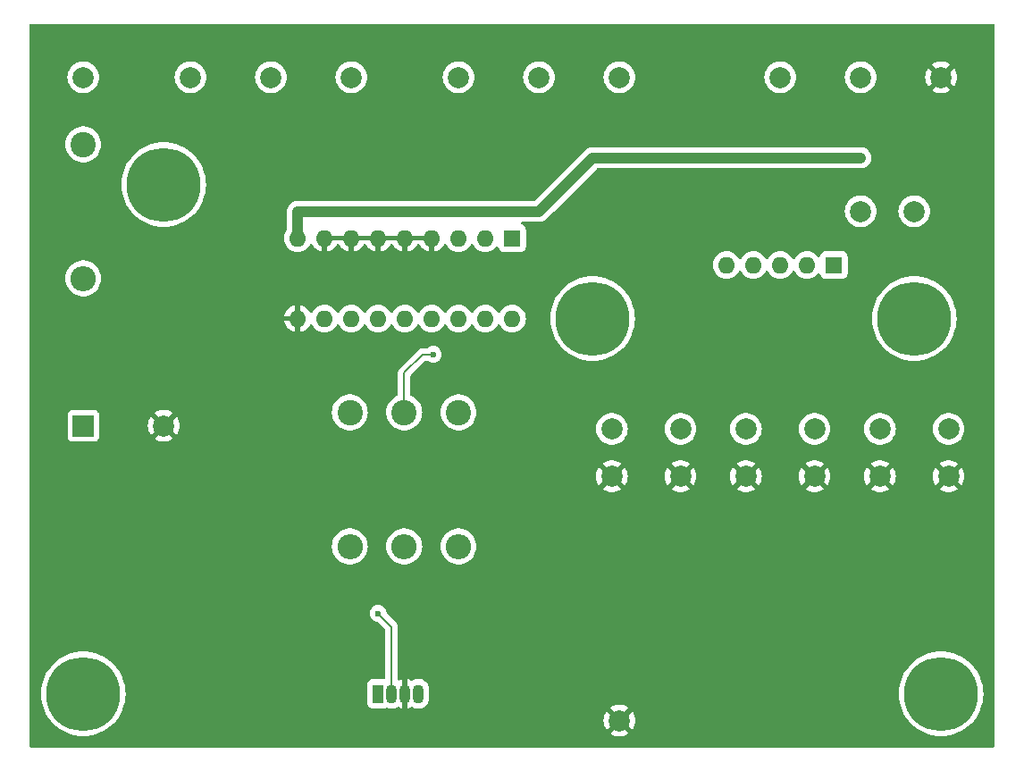
<source format=gbl>
%TF.GenerationSoftware,KiCad,Pcbnew,8.0.4*%
%TF.CreationDate,2025-09-03T21:54:05+09:00*%
%TF.ProjectId,3LED-3SW-BZ,334c4544-2d33-4535-972d-425a2e6b6963,rev?*%
%TF.SameCoordinates,Original*%
%TF.FileFunction,Copper,L2,Bot*%
%TF.FilePolarity,Positive*%
%FSLAX46Y46*%
G04 Gerber Fmt 4.6, Leading zero omitted, Abs format (unit mm)*
G04 Created by KiCad (PCBNEW 8.0.4) date 2025-09-03 21:54:05*
%MOMM*%
%LPD*%
G01*
G04 APERTURE LIST*
%TA.AperFunction,ComponentPad*%
%ADD10R,1.600000X1.600000*%
%TD*%
%TA.AperFunction,ComponentPad*%
%ADD11O,1.600000X1.600000*%
%TD*%
%TA.AperFunction,ComponentPad*%
%ADD12C,2.000000*%
%TD*%
%TA.AperFunction,ComponentPad*%
%ADD13C,7.000000*%
%TD*%
%TA.AperFunction,ComponentPad*%
%ADD14C,2.400000*%
%TD*%
%TA.AperFunction,ComponentPad*%
%ADD15O,2.400000X2.400000*%
%TD*%
%TA.AperFunction,ComponentPad*%
%ADD16R,2.000000X2.000000*%
%TD*%
%TA.AperFunction,ComponentPad*%
%ADD17R,1.070000X1.800000*%
%TD*%
%TA.AperFunction,ComponentPad*%
%ADD18O,1.070000X1.800000*%
%TD*%
%TA.AperFunction,ViaPad*%
%ADD19C,0.600000*%
%TD*%
%TA.AperFunction,Conductor*%
%ADD20C,0.200000*%
%TD*%
%TA.AperFunction,Conductor*%
%ADD21C,1.000000*%
%TD*%
G04 APERTURE END LIST*
D10*
%TO.P,U1,1,I1*%
%TO.N,Net-(U1-I1)*%
X142240000Y-81280000D03*
D11*
%TO.P,U1,2,I2*%
%TO.N,Net-(U1-I2)*%
X139700000Y-81280000D03*
%TO.P,U1,3,I3*%
%TO.N,Net-(U1-I3)*%
X137160000Y-81280000D03*
%TO.P,U1,4,I4*%
%TO.N,GND*%
X134620000Y-81280000D03*
%TO.P,U1,5,I5*%
X132080000Y-81280000D03*
%TO.P,U1,6,I6*%
X129540000Y-81280000D03*
%TO.P,U1,7,I7*%
X127000000Y-81280000D03*
%TO.P,U1,8,I8*%
X124460000Y-81280000D03*
%TO.P,U1,9,VCC*%
%TO.N,+5V*%
X121920000Y-81280000D03*
%TO.P,U1,10,GND*%
%TO.N,GND*%
X121920000Y-88900000D03*
%TO.P,U1,11,O8*%
%TO.N,unconnected-(U1-O8-Pad11)*%
X124460000Y-88900000D03*
%TO.P,U1,12,O7*%
%TO.N,unconnected-(U1-O7-Pad12)*%
X127000000Y-88900000D03*
%TO.P,U1,13,O6*%
%TO.N,unconnected-(U1-O6-Pad13)*%
X129540000Y-88900000D03*
%TO.P,U1,14,O5*%
%TO.N,unconnected-(U1-O5-Pad14)*%
X132080000Y-88900000D03*
%TO.P,U1,15,O4*%
%TO.N,unconnected-(U1-O4-Pad15)*%
X134620000Y-88900000D03*
%TO.P,U1,16,O3*%
%TO.N,Net-(U1-O3)*%
X137160000Y-88900000D03*
%TO.P,U1,17,O2*%
%TO.N,Net-(U1-O2)*%
X139700000Y-88900000D03*
%TO.P,U1,18,O1*%
%TO.N,Net-(U1-O1)*%
X142240000Y-88900000D03*
%TD*%
D12*
%TO.P,LED_G,1,1*%
%TO.N,Net-(U1-I3)*%
X111760000Y-66040000D03*
%TD*%
%TO.P,SW1,1,1*%
%TO.N,Net-(RN1-R4)*%
X137160000Y-66040000D03*
%TD*%
%TO.P,SW1,1,1*%
%TO.N,GND*%
X158190000Y-103850000D03*
X151690000Y-103850000D03*
%TO.P,SW1,2,2*%
%TO.N,Net-(RN1-R4)*%
X158190000Y-99350000D03*
X151690000Y-99350000D03*
%TD*%
D13*
%TO.P,REF\u002A\u002A,1*%
%TO.N,N/C*%
X101600000Y-124460000D03*
%TD*%
D12*
%TO.P,SW3,1,1*%
%TO.N,GND*%
X183590000Y-103850000D03*
X177090000Y-103850000D03*
%TO.P,SW3,2,2*%
%TO.N,Net-(RN1-R2)*%
X183590000Y-99350000D03*
X177090000Y-99350000D03*
%TD*%
D10*
%TO.P,RN1,1,common*%
%TO.N,+3.3V*%
X172720000Y-83820000D03*
D11*
%TO.P,RN1,2,R1*%
%TO.N,unconnected-(RN1-R1-Pad2)*%
X170180000Y-83820000D03*
%TO.P,RN1,3,R2*%
%TO.N,Net-(RN1-R2)*%
X167640000Y-83820000D03*
%TO.P,RN1,4,R3*%
%TO.N,Net-(RN1-R3)*%
X165100000Y-83820000D03*
%TO.P,RN1,5,R4*%
%TO.N,Net-(RN1-R4)*%
X162560000Y-83820000D03*
%TD*%
D12*
%TO.P,SW2,1,1*%
%TO.N,GND*%
X170890000Y-103850000D03*
X164390000Y-103850000D03*
%TO.P,SW2,2,2*%
%TO.N,Net-(RN1-R3)*%
X170890000Y-99350000D03*
X164390000Y-99350000D03*
%TD*%
%TO.P,GND,1,1*%
%TO.N,GND*%
X152400000Y-127000000D03*
%TD*%
%TO.P,5V,1,1*%
%TO.N,+5V*%
X180340000Y-78740000D03*
%TD*%
%TO.P,SW3,1,1*%
%TO.N,Net-(RN1-R2)*%
X152400000Y-66040000D03*
%TD*%
D13*
%TO.P,REF\u002A\u002A,1*%
%TO.N,N/C*%
X182880000Y-124460000D03*
%TD*%
D14*
%TO.P,R1,1*%
%TO.N,Net-(U1-O1)*%
X137160000Y-97790000D03*
D15*
%TO.P,R1,2*%
%TO.N,Net-(D1-RA)*%
X137160000Y-110490000D03*
%TD*%
D12*
%TO.P,3.3V,1,1*%
%TO.N,+3.3V*%
X167640000Y-66040000D03*
%TD*%
D14*
%TO.P,R2,1*%
%TO.N,Net-(U1-O3)*%
X132010000Y-97790000D03*
D15*
%TO.P,R2,2*%
%TO.N,Net-(D1-GA)*%
X132010000Y-110490000D03*
%TD*%
D12*
%TO.P,LED_R,1,1*%
%TO.N,Net-(U1-I1)*%
X127000000Y-66040000D03*
%TD*%
%TO.P,TP4,1,1*%
%TO.N,Net-(R4-Pad1)*%
X101600000Y-66040000D03*
%TD*%
%TO.P,LED_B,1,1*%
%TO.N,Net-(U1-I2)*%
X119380000Y-66040000D03*
%TD*%
D14*
%TO.P,R3,1*%
%TO.N,Net-(U1-O2)*%
X126860000Y-97790000D03*
D15*
%TO.P,R3,2*%
%TO.N,Net-(D1-BA)*%
X126860000Y-110490000D03*
%TD*%
D12*
%TO.P,3.3V,1,1*%
%TO.N,+3.3V*%
X175260000Y-78740000D03*
%TD*%
D13*
%TO.P,REF\u002A\u002A,1*%
%TO.N,N/C*%
X109220000Y-76200000D03*
%TD*%
D12*
%TO.P,5V,1,1*%
%TO.N,+5V*%
X175260000Y-66040000D03*
%TD*%
D13*
%TO.P,REF\u002A\u002A,1*%
%TO.N,N/C*%
X180340000Y-88900000D03*
%TD*%
D12*
%TO.P,SW2,1,1*%
%TO.N,Net-(RN1-R3)*%
X144780000Y-66040000D03*
%TD*%
D16*
%TO.P,BZ1,1,+*%
%TO.N,Net-(BZ1-+)*%
X101620000Y-99060000D03*
D12*
%TO.P,BZ1,2,-*%
%TO.N,GND*%
X109220000Y-99060000D03*
%TD*%
D13*
%TO.P,REF\u002A\u002A,1*%
%TO.N,N/C*%
X149860000Y-88900000D03*
%TD*%
D14*
%TO.P,R4,1*%
%TO.N,Net-(R4-Pad1)*%
X101600000Y-72390000D03*
D15*
%TO.P,R4,2*%
%TO.N,Net-(BZ1-+)*%
X101600000Y-85090000D03*
%TD*%
D12*
%TO.P,GND,1,1*%
%TO.N,GND*%
X182880000Y-66040000D03*
%TD*%
D17*
%TO.P,D1,1,GA*%
%TO.N,Net-(D1-GA)*%
X129540000Y-124460000D03*
D18*
%TO.P,D1,2,BA*%
%TO.N,Net-(D1-BA)*%
X130810000Y-124460000D03*
%TO.P,D1,3,K*%
%TO.N,GND*%
X132080000Y-124460000D03*
%TO.P,D1,4,RA*%
%TO.N,Net-(D1-RA)*%
X133350000Y-124460000D03*
%TD*%
D19*
%TO.N,Net-(D1-BA)*%
X129540000Y-116840000D03*
%TO.N,Net-(U1-O3)*%
X134762111Y-92305973D03*
%TO.N,+5V*%
X175260000Y-73660000D03*
%TD*%
D20*
%TO.N,Net-(D1-BA)*%
X130810000Y-118110000D02*
X129540000Y-116840000D01*
X130810000Y-124460000D02*
X130810000Y-118110000D01*
%TO.N,Net-(U1-O3)*%
X132010000Y-94050000D02*
X132010000Y-97790000D01*
X133754027Y-92305973D02*
X132010000Y-94050000D01*
X134762111Y-92305973D02*
X133754027Y-92305973D01*
D21*
%TO.N,+5V*%
X175260000Y-73660000D02*
X149860000Y-73660000D01*
X121920000Y-78740000D02*
X121920000Y-81280000D01*
X149860000Y-73660000D02*
X144780000Y-78740000D01*
X144780000Y-78740000D02*
X121920000Y-78740000D01*
%TD*%
%TA.AperFunction,Conductor*%
%TO.N,GND*%
G36*
X126679920Y-81034394D02*
G01*
X126627259Y-81125606D01*
X126600000Y-81227339D01*
X126600000Y-81332661D01*
X126627259Y-81434394D01*
X126679920Y-81525606D01*
X126684314Y-81530000D01*
X124775686Y-81530000D01*
X124780080Y-81525606D01*
X124832741Y-81434394D01*
X124860000Y-81332661D01*
X124860000Y-81227339D01*
X124832741Y-81125606D01*
X124780080Y-81034394D01*
X124775686Y-81030000D01*
X126684314Y-81030000D01*
X126679920Y-81034394D01*
G37*
%TD.AperFunction*%
%TA.AperFunction,Conductor*%
G36*
X129219920Y-81034394D02*
G01*
X129167259Y-81125606D01*
X129140000Y-81227339D01*
X129140000Y-81332661D01*
X129167259Y-81434394D01*
X129219920Y-81525606D01*
X129224314Y-81530000D01*
X127315686Y-81530000D01*
X127320080Y-81525606D01*
X127372741Y-81434394D01*
X127400000Y-81332661D01*
X127400000Y-81227339D01*
X127372741Y-81125606D01*
X127320080Y-81034394D01*
X127315686Y-81030000D01*
X129224314Y-81030000D01*
X129219920Y-81034394D01*
G37*
%TD.AperFunction*%
%TA.AperFunction,Conductor*%
G36*
X131759920Y-81034394D02*
G01*
X131707259Y-81125606D01*
X131680000Y-81227339D01*
X131680000Y-81332661D01*
X131707259Y-81434394D01*
X131759920Y-81525606D01*
X131764314Y-81530000D01*
X129855686Y-81530000D01*
X129860080Y-81525606D01*
X129912741Y-81434394D01*
X129940000Y-81332661D01*
X129940000Y-81227339D01*
X129912741Y-81125606D01*
X129860080Y-81034394D01*
X129855686Y-81030000D01*
X131764314Y-81030000D01*
X131759920Y-81034394D01*
G37*
%TD.AperFunction*%
%TA.AperFunction,Conductor*%
G36*
X134299920Y-81034394D02*
G01*
X134247259Y-81125606D01*
X134220000Y-81227339D01*
X134220000Y-81332661D01*
X134247259Y-81434394D01*
X134299920Y-81525606D01*
X134304314Y-81530000D01*
X132395686Y-81530000D01*
X132400080Y-81525606D01*
X132452741Y-81434394D01*
X132480000Y-81332661D01*
X132480000Y-81227339D01*
X132452741Y-81125606D01*
X132400080Y-81034394D01*
X132395686Y-81030000D01*
X134304314Y-81030000D01*
X134299920Y-81034394D01*
G37*
%TD.AperFunction*%
%TA.AperFunction,Conductor*%
G36*
X187903039Y-60979685D02*
G01*
X187948794Y-61032489D01*
X187960000Y-61084000D01*
X187960000Y-129416000D01*
X187940315Y-129483039D01*
X187887511Y-129528794D01*
X187836000Y-129540000D01*
X96644000Y-129540000D01*
X96576961Y-129520315D01*
X96531206Y-129467511D01*
X96520000Y-129416000D01*
X96520000Y-124460000D01*
X97594675Y-124460000D01*
X97613962Y-124852591D01*
X97613962Y-124852597D01*
X97613963Y-124852599D01*
X97671637Y-125241406D01*
X97767143Y-125622684D01*
X97899561Y-125992770D01*
X97899562Y-125992772D01*
X98067620Y-126348100D01*
X98218544Y-126599901D01*
X98269694Y-126685239D01*
X98503140Y-127000005D01*
X98503846Y-127000956D01*
X98767807Y-127292192D01*
X98959492Y-127465925D01*
X99059049Y-127556158D01*
X99374761Y-127790306D01*
X99374763Y-127790307D01*
X99711899Y-127992379D01*
X99711902Y-127992380D01*
X99711903Y-127992381D01*
X100067228Y-128160438D01*
X100437316Y-128292857D01*
X100818600Y-128388364D01*
X101207409Y-128446038D01*
X101600000Y-128465325D01*
X101992591Y-128446038D01*
X102381400Y-128388364D01*
X102762684Y-128292857D01*
X103132772Y-128160438D01*
X103488097Y-127992381D01*
X103825239Y-127790306D01*
X104140951Y-127556158D01*
X104432192Y-127292192D01*
X104696158Y-127000951D01*
X104696868Y-126999994D01*
X150894859Y-126999994D01*
X150894859Y-127000005D01*
X150915385Y-127247729D01*
X150915387Y-127247738D01*
X150976412Y-127488717D01*
X151076266Y-127716364D01*
X151176564Y-127869882D01*
X151917037Y-127129409D01*
X151934075Y-127192993D01*
X151999901Y-127307007D01*
X152092993Y-127400099D01*
X152207007Y-127465925D01*
X152270590Y-127482962D01*
X151529942Y-128223609D01*
X151576768Y-128260055D01*
X151576770Y-128260056D01*
X151795385Y-128378364D01*
X151795396Y-128378369D01*
X152030506Y-128459083D01*
X152275707Y-128500000D01*
X152524293Y-128500000D01*
X152769493Y-128459083D01*
X153004603Y-128378369D01*
X153004614Y-128378364D01*
X153223228Y-128260057D01*
X153223231Y-128260055D01*
X153270056Y-128223609D01*
X152529409Y-127482962D01*
X152592993Y-127465925D01*
X152707007Y-127400099D01*
X152800099Y-127307007D01*
X152865925Y-127192993D01*
X152882962Y-127129410D01*
X153623434Y-127869882D01*
X153723731Y-127716369D01*
X153823587Y-127488717D01*
X153884612Y-127247738D01*
X153884614Y-127247729D01*
X153905141Y-127000005D01*
X153905141Y-126999994D01*
X153884614Y-126752270D01*
X153884612Y-126752261D01*
X153823587Y-126511282D01*
X153723731Y-126283630D01*
X153623434Y-126130116D01*
X152882962Y-126870589D01*
X152865925Y-126807007D01*
X152800099Y-126692993D01*
X152707007Y-126599901D01*
X152592993Y-126534075D01*
X152529410Y-126517037D01*
X153270057Y-125776390D01*
X153270056Y-125776389D01*
X153223229Y-125739943D01*
X153004614Y-125621635D01*
X153004603Y-125621630D01*
X152769493Y-125540916D01*
X152524293Y-125500000D01*
X152275707Y-125500000D01*
X152030506Y-125540916D01*
X151795396Y-125621630D01*
X151795390Y-125621632D01*
X151576761Y-125739949D01*
X151529942Y-125776388D01*
X151529942Y-125776390D01*
X152270590Y-126517037D01*
X152207007Y-126534075D01*
X152092993Y-126599901D01*
X151999901Y-126692993D01*
X151934075Y-126807007D01*
X151917037Y-126870589D01*
X151176564Y-126130116D01*
X151076267Y-126283632D01*
X150976412Y-126511282D01*
X150915387Y-126752261D01*
X150915385Y-126752270D01*
X150894859Y-126999994D01*
X104696868Y-126999994D01*
X104930306Y-126685239D01*
X105132381Y-126348097D01*
X105300438Y-125992772D01*
X105432857Y-125622684D01*
X105528364Y-125241400D01*
X105586038Y-124852591D01*
X105605325Y-124460000D01*
X105586038Y-124067409D01*
X105528364Y-123678600D01*
X105486667Y-123512135D01*
X128504500Y-123512135D01*
X128504500Y-125407870D01*
X128504501Y-125407876D01*
X128510908Y-125467483D01*
X128561202Y-125602328D01*
X128561206Y-125602335D01*
X128647452Y-125717544D01*
X128647455Y-125717547D01*
X128762664Y-125803793D01*
X128762671Y-125803797D01*
X128897517Y-125854091D01*
X128897516Y-125854091D01*
X128904444Y-125854835D01*
X128957127Y-125860500D01*
X130122872Y-125860499D01*
X130182483Y-125854091D01*
X130317331Y-125803796D01*
X130317335Y-125803792D01*
X130325118Y-125799544D01*
X130326269Y-125801653D01*
X130379614Y-125781749D01*
X130435928Y-125790870D01*
X130507956Y-125820706D01*
X130507960Y-125820706D01*
X130507961Y-125820707D01*
X130708009Y-125860500D01*
X130708012Y-125860500D01*
X130911990Y-125860500D01*
X131062560Y-125830549D01*
X131112044Y-125820706D01*
X131300493Y-125742648D01*
X131376558Y-125691822D01*
X131443234Y-125670944D01*
X131510614Y-125689428D01*
X131514339Y-125691822D01*
X131589742Y-125742204D01*
X131778101Y-125820225D01*
X131778109Y-125820227D01*
X131829999Y-125830549D01*
X131830000Y-125830549D01*
X131830000Y-125017122D01*
X131832383Y-124992929D01*
X131845500Y-124926989D01*
X131845500Y-124844226D01*
X131906306Y-124879333D01*
X132020756Y-124910000D01*
X132139244Y-124910000D01*
X132253694Y-124879333D01*
X132314500Y-124844226D01*
X132314500Y-124926989D01*
X132327617Y-124992929D01*
X132330000Y-125017122D01*
X132330000Y-125830549D01*
X132381890Y-125820227D01*
X132381898Y-125820225D01*
X132570252Y-125742206D01*
X132570256Y-125742204D01*
X132645658Y-125691822D01*
X132712336Y-125670944D01*
X132779716Y-125689428D01*
X132783401Y-125691796D01*
X132859507Y-125742648D01*
X132859509Y-125742649D01*
X132859513Y-125742651D01*
X133047951Y-125820704D01*
X133047956Y-125820706D01*
X133047960Y-125820706D01*
X133047961Y-125820707D01*
X133248009Y-125860500D01*
X133248012Y-125860500D01*
X133451990Y-125860500D01*
X133602560Y-125830549D01*
X133652044Y-125820706D01*
X133840493Y-125742648D01*
X133841158Y-125742204D01*
X133916558Y-125691823D01*
X134010093Y-125629325D01*
X134154325Y-125485093D01*
X134267648Y-125315493D01*
X134345706Y-125127044D01*
X134367571Y-125017122D01*
X134385500Y-124926990D01*
X134385500Y-124460000D01*
X178874675Y-124460000D01*
X178893962Y-124852591D01*
X178893962Y-124852597D01*
X178893963Y-124852599D01*
X178951637Y-125241406D01*
X179047143Y-125622684D01*
X179179561Y-125992770D01*
X179179562Y-125992772D01*
X179347620Y-126348100D01*
X179498544Y-126599901D01*
X179549694Y-126685239D01*
X179783140Y-127000005D01*
X179783846Y-127000956D01*
X180047807Y-127292192D01*
X180239492Y-127465925D01*
X180339049Y-127556158D01*
X180654761Y-127790306D01*
X180654763Y-127790307D01*
X180991899Y-127992379D01*
X180991902Y-127992380D01*
X180991903Y-127992381D01*
X181347228Y-128160438D01*
X181717316Y-128292857D01*
X182098600Y-128388364D01*
X182487409Y-128446038D01*
X182880000Y-128465325D01*
X183272591Y-128446038D01*
X183661400Y-128388364D01*
X184042684Y-128292857D01*
X184412772Y-128160438D01*
X184768097Y-127992381D01*
X185105239Y-127790306D01*
X185420951Y-127556158D01*
X185712192Y-127292192D01*
X185976158Y-127000951D01*
X186210306Y-126685239D01*
X186412381Y-126348097D01*
X186580438Y-125992772D01*
X186712857Y-125622684D01*
X186808364Y-125241400D01*
X186866038Y-124852591D01*
X186885325Y-124460000D01*
X186866038Y-124067409D01*
X186808364Y-123678600D01*
X186712857Y-123297316D01*
X186580438Y-122927228D01*
X186412381Y-122571903D01*
X186210306Y-122234761D01*
X185976158Y-121919049D01*
X185976153Y-121919043D01*
X185712192Y-121627807D01*
X185420956Y-121363846D01*
X185105236Y-121129692D01*
X184768100Y-120927620D01*
X184412772Y-120759562D01*
X184412770Y-120759561D01*
X184042684Y-120627143D01*
X183661406Y-120531637D01*
X183661401Y-120531636D01*
X183661400Y-120531636D01*
X183517256Y-120510254D01*
X183272599Y-120473963D01*
X183272597Y-120473962D01*
X183272591Y-120473962D01*
X182880000Y-120454675D01*
X182487409Y-120473962D01*
X182487403Y-120473962D01*
X182487400Y-120473963D01*
X182098593Y-120531637D01*
X181717315Y-120627143D01*
X181347229Y-120759561D01*
X181347227Y-120759562D01*
X180991899Y-120927620D01*
X180654763Y-121129692D01*
X180339043Y-121363846D01*
X180047807Y-121627807D01*
X179783846Y-121919043D01*
X179549692Y-122234763D01*
X179347620Y-122571899D01*
X179179562Y-122927227D01*
X179179561Y-122927229D01*
X179047143Y-123297315D01*
X178951637Y-123678593D01*
X178897929Y-124040667D01*
X178893962Y-124067409D01*
X178874675Y-124460000D01*
X134385500Y-124460000D01*
X134385500Y-123993009D01*
X134345707Y-123792961D01*
X134345706Y-123792960D01*
X134345706Y-123792956D01*
X134345704Y-123792951D01*
X134267651Y-123604513D01*
X134267644Y-123604500D01*
X134154325Y-123434907D01*
X134154322Y-123434903D01*
X134010096Y-123290677D01*
X134010092Y-123290674D01*
X133840499Y-123177355D01*
X133840486Y-123177348D01*
X133652048Y-123099295D01*
X133652038Y-123099292D01*
X133451990Y-123059500D01*
X133451988Y-123059500D01*
X133248012Y-123059500D01*
X133248010Y-123059500D01*
X133047961Y-123099292D01*
X133047951Y-123099295D01*
X132859511Y-123177349D01*
X132783438Y-123228178D01*
X132716760Y-123249054D01*
X132649380Y-123230568D01*
X132645659Y-123228177D01*
X132570254Y-123177794D01*
X132381896Y-123099773D01*
X132381893Y-123099772D01*
X132330000Y-123089449D01*
X132330000Y-123902876D01*
X132327617Y-123927068D01*
X132314500Y-123993010D01*
X132314500Y-124075773D01*
X132253694Y-124040667D01*
X132139244Y-124010000D01*
X132020756Y-124010000D01*
X131906306Y-124040667D01*
X131845500Y-124075773D01*
X131845500Y-123993011D01*
X131845499Y-123993010D01*
X131832383Y-123927068D01*
X131830000Y-123902876D01*
X131830000Y-123089450D01*
X131829999Y-123089449D01*
X131778106Y-123099772D01*
X131778103Y-123099773D01*
X131584116Y-123180126D01*
X131583274Y-123178095D01*
X131524544Y-123190321D01*
X131459301Y-123165317D01*
X131417934Y-123109010D01*
X131410500Y-123066721D01*
X131410500Y-118030945D01*
X131410500Y-118030943D01*
X131369577Y-117878216D01*
X131369577Y-117878215D01*
X131369577Y-117878214D01*
X131340639Y-117828095D01*
X131340637Y-117828092D01*
X131290520Y-117741284D01*
X131178716Y-117629480D01*
X131178715Y-117629479D01*
X131174385Y-117625149D01*
X131174374Y-117625139D01*
X130370700Y-116821465D01*
X130337215Y-116760142D01*
X130335163Y-116747686D01*
X130325368Y-116660745D01*
X130265789Y-116490478D01*
X130169816Y-116337738D01*
X130042262Y-116210184D01*
X129889523Y-116114211D01*
X129719254Y-116054631D01*
X129719249Y-116054630D01*
X129540004Y-116034435D01*
X129539996Y-116034435D01*
X129360750Y-116054630D01*
X129360745Y-116054631D01*
X129190476Y-116114211D01*
X129037737Y-116210184D01*
X128910184Y-116337737D01*
X128814211Y-116490476D01*
X128754631Y-116660745D01*
X128754630Y-116660750D01*
X128734435Y-116839996D01*
X128734435Y-116840003D01*
X128754630Y-117019249D01*
X128754631Y-117019254D01*
X128814211Y-117189523D01*
X128910184Y-117342262D01*
X129037738Y-117469816D01*
X129190478Y-117565789D01*
X129360745Y-117625368D01*
X129447669Y-117635161D01*
X129512080Y-117662226D01*
X129521465Y-117670700D01*
X130173181Y-118322416D01*
X130206666Y-118383739D01*
X130209500Y-118410097D01*
X130209500Y-122935500D01*
X130189815Y-123002539D01*
X130137011Y-123048294D01*
X130085500Y-123059500D01*
X128957129Y-123059500D01*
X128957123Y-123059501D01*
X128897516Y-123065908D01*
X128762671Y-123116202D01*
X128762664Y-123116206D01*
X128647455Y-123202452D01*
X128647452Y-123202455D01*
X128561206Y-123317664D01*
X128561202Y-123317671D01*
X128510908Y-123452517D01*
X128504501Y-123512116D01*
X128504500Y-123512135D01*
X105486667Y-123512135D01*
X105432857Y-123297316D01*
X105300438Y-122927228D01*
X105132381Y-122571903D01*
X104930306Y-122234761D01*
X104696158Y-121919049D01*
X104696153Y-121919043D01*
X104432192Y-121627807D01*
X104140956Y-121363846D01*
X103825236Y-121129692D01*
X103488100Y-120927620D01*
X103132772Y-120759562D01*
X103132770Y-120759561D01*
X102762684Y-120627143D01*
X102381406Y-120531637D01*
X102381401Y-120531636D01*
X102381400Y-120531636D01*
X102237256Y-120510254D01*
X101992599Y-120473963D01*
X101992597Y-120473962D01*
X101992591Y-120473962D01*
X101600000Y-120454675D01*
X101207409Y-120473962D01*
X101207403Y-120473962D01*
X101207400Y-120473963D01*
X100818593Y-120531637D01*
X100437315Y-120627143D01*
X100067229Y-120759561D01*
X100067227Y-120759562D01*
X99711899Y-120927620D01*
X99374763Y-121129692D01*
X99059043Y-121363846D01*
X98767807Y-121627807D01*
X98503846Y-121919043D01*
X98269692Y-122234763D01*
X98067620Y-122571899D01*
X97899562Y-122927227D01*
X97899561Y-122927229D01*
X97767143Y-123297315D01*
X97671637Y-123678593D01*
X97617929Y-124040667D01*
X97613962Y-124067409D01*
X97594675Y-124460000D01*
X96520000Y-124460000D01*
X96520000Y-110489995D01*
X125154732Y-110489995D01*
X125154732Y-110490004D01*
X125173777Y-110744154D01*
X125173778Y-110744157D01*
X125230492Y-110992637D01*
X125323607Y-111229888D01*
X125451041Y-111450612D01*
X125609950Y-111649877D01*
X125796783Y-111823232D01*
X126007366Y-111966805D01*
X126007371Y-111966807D01*
X126007372Y-111966808D01*
X126007373Y-111966809D01*
X126129328Y-112025538D01*
X126236992Y-112077387D01*
X126236993Y-112077387D01*
X126236996Y-112077389D01*
X126480542Y-112152513D01*
X126732565Y-112190500D01*
X126987435Y-112190500D01*
X127239458Y-112152513D01*
X127483004Y-112077389D01*
X127712634Y-111966805D01*
X127923217Y-111823232D01*
X128110050Y-111649877D01*
X128268959Y-111450612D01*
X128396393Y-111229888D01*
X128489508Y-110992637D01*
X128546222Y-110744157D01*
X128565268Y-110490000D01*
X128565268Y-110489995D01*
X130304732Y-110489995D01*
X130304732Y-110490004D01*
X130323777Y-110744154D01*
X130323778Y-110744157D01*
X130380492Y-110992637D01*
X130473607Y-111229888D01*
X130601041Y-111450612D01*
X130759950Y-111649877D01*
X130946783Y-111823232D01*
X131157366Y-111966805D01*
X131157371Y-111966807D01*
X131157372Y-111966808D01*
X131157373Y-111966809D01*
X131279328Y-112025538D01*
X131386992Y-112077387D01*
X131386993Y-112077387D01*
X131386996Y-112077389D01*
X131630542Y-112152513D01*
X131882565Y-112190500D01*
X132137435Y-112190500D01*
X132389458Y-112152513D01*
X132633004Y-112077389D01*
X132862634Y-111966805D01*
X133073217Y-111823232D01*
X133260050Y-111649877D01*
X133418959Y-111450612D01*
X133546393Y-111229888D01*
X133639508Y-110992637D01*
X133696222Y-110744157D01*
X133715268Y-110490000D01*
X133715268Y-110489995D01*
X135454732Y-110489995D01*
X135454732Y-110490004D01*
X135473777Y-110744154D01*
X135473778Y-110744157D01*
X135530492Y-110992637D01*
X135623607Y-111229888D01*
X135751041Y-111450612D01*
X135909950Y-111649877D01*
X136096783Y-111823232D01*
X136307366Y-111966805D01*
X136307371Y-111966807D01*
X136307372Y-111966808D01*
X136307373Y-111966809D01*
X136429328Y-112025538D01*
X136536992Y-112077387D01*
X136536993Y-112077387D01*
X136536996Y-112077389D01*
X136780542Y-112152513D01*
X137032565Y-112190500D01*
X137287435Y-112190500D01*
X137539458Y-112152513D01*
X137783004Y-112077389D01*
X138012634Y-111966805D01*
X138223217Y-111823232D01*
X138410050Y-111649877D01*
X138568959Y-111450612D01*
X138696393Y-111229888D01*
X138789508Y-110992637D01*
X138846222Y-110744157D01*
X138865268Y-110490000D01*
X138846222Y-110235843D01*
X138789508Y-109987363D01*
X138696393Y-109750112D01*
X138568959Y-109529388D01*
X138410050Y-109330123D01*
X138223217Y-109156768D01*
X138012634Y-109013195D01*
X138012630Y-109013193D01*
X138012627Y-109013191D01*
X138012626Y-109013190D01*
X137783006Y-108902612D01*
X137783008Y-108902612D01*
X137539466Y-108827489D01*
X137539462Y-108827488D01*
X137539458Y-108827487D01*
X137418231Y-108809214D01*
X137287440Y-108789500D01*
X137287435Y-108789500D01*
X137032565Y-108789500D01*
X137032559Y-108789500D01*
X136875609Y-108813157D01*
X136780542Y-108827487D01*
X136780539Y-108827488D01*
X136780533Y-108827489D01*
X136536992Y-108902612D01*
X136307373Y-109013190D01*
X136307372Y-109013191D01*
X136096782Y-109156768D01*
X135909952Y-109330121D01*
X135909950Y-109330123D01*
X135751041Y-109529388D01*
X135623608Y-109750109D01*
X135530492Y-109987362D01*
X135530490Y-109987369D01*
X135473777Y-110235845D01*
X135454732Y-110489995D01*
X133715268Y-110489995D01*
X133696222Y-110235843D01*
X133639508Y-109987363D01*
X133546393Y-109750112D01*
X133418959Y-109529388D01*
X133260050Y-109330123D01*
X133073217Y-109156768D01*
X132862634Y-109013195D01*
X132862630Y-109013193D01*
X132862627Y-109013191D01*
X132862626Y-109013190D01*
X132633006Y-108902612D01*
X132633008Y-108902612D01*
X132389466Y-108827489D01*
X132389462Y-108827488D01*
X132389458Y-108827487D01*
X132268231Y-108809214D01*
X132137440Y-108789500D01*
X132137435Y-108789500D01*
X131882565Y-108789500D01*
X131882559Y-108789500D01*
X131725609Y-108813157D01*
X131630542Y-108827487D01*
X131630539Y-108827488D01*
X131630533Y-108827489D01*
X131386992Y-108902612D01*
X131157373Y-109013190D01*
X131157372Y-109013191D01*
X130946782Y-109156768D01*
X130759952Y-109330121D01*
X130759950Y-109330123D01*
X130601041Y-109529388D01*
X130473608Y-109750109D01*
X130380492Y-109987362D01*
X130380490Y-109987369D01*
X130323777Y-110235845D01*
X130304732Y-110489995D01*
X128565268Y-110489995D01*
X128546222Y-110235843D01*
X128489508Y-109987363D01*
X128396393Y-109750112D01*
X128268959Y-109529388D01*
X128110050Y-109330123D01*
X127923217Y-109156768D01*
X127712634Y-109013195D01*
X127712630Y-109013193D01*
X127712627Y-109013191D01*
X127712626Y-109013190D01*
X127483006Y-108902612D01*
X127483008Y-108902612D01*
X127239466Y-108827489D01*
X127239462Y-108827488D01*
X127239458Y-108827487D01*
X127118231Y-108809214D01*
X126987440Y-108789500D01*
X126987435Y-108789500D01*
X126732565Y-108789500D01*
X126732559Y-108789500D01*
X126575609Y-108813157D01*
X126480542Y-108827487D01*
X126480539Y-108827488D01*
X126480533Y-108827489D01*
X126236992Y-108902612D01*
X126007373Y-109013190D01*
X126007372Y-109013191D01*
X125796782Y-109156768D01*
X125609952Y-109330121D01*
X125609950Y-109330123D01*
X125451041Y-109529388D01*
X125323608Y-109750109D01*
X125230492Y-109987362D01*
X125230490Y-109987369D01*
X125173777Y-110235845D01*
X125154732Y-110489995D01*
X96520000Y-110489995D01*
X96520000Y-103849994D01*
X150184859Y-103849994D01*
X150184859Y-103850005D01*
X150205385Y-104097729D01*
X150205387Y-104097738D01*
X150266412Y-104338717D01*
X150366266Y-104566364D01*
X150466564Y-104719882D01*
X151166212Y-104020234D01*
X151177482Y-104062292D01*
X151249890Y-104187708D01*
X151352292Y-104290110D01*
X151477708Y-104362518D01*
X151519765Y-104373787D01*
X150819942Y-105073609D01*
X150866768Y-105110055D01*
X150866770Y-105110056D01*
X151085385Y-105228364D01*
X151085396Y-105228369D01*
X151320506Y-105309083D01*
X151565707Y-105350000D01*
X151814293Y-105350000D01*
X152059493Y-105309083D01*
X152294603Y-105228369D01*
X152294614Y-105228364D01*
X152513228Y-105110057D01*
X152513231Y-105110055D01*
X152560056Y-105073609D01*
X151860234Y-104373787D01*
X151902292Y-104362518D01*
X152027708Y-104290110D01*
X152130110Y-104187708D01*
X152202518Y-104062292D01*
X152213787Y-104020235D01*
X152913434Y-104719882D01*
X153013731Y-104566369D01*
X153113587Y-104338717D01*
X153174612Y-104097738D01*
X153174614Y-104097729D01*
X153195141Y-103850005D01*
X153195141Y-103849994D01*
X156684859Y-103849994D01*
X156684859Y-103850005D01*
X156705385Y-104097729D01*
X156705387Y-104097738D01*
X156766412Y-104338717D01*
X156866266Y-104566364D01*
X156966564Y-104719882D01*
X157666212Y-104020234D01*
X157677482Y-104062292D01*
X157749890Y-104187708D01*
X157852292Y-104290110D01*
X157977708Y-104362518D01*
X158019765Y-104373787D01*
X157319942Y-105073609D01*
X157366768Y-105110055D01*
X157366770Y-105110056D01*
X157585385Y-105228364D01*
X157585396Y-105228369D01*
X157820506Y-105309083D01*
X158065707Y-105350000D01*
X158314293Y-105350000D01*
X158559493Y-105309083D01*
X158794603Y-105228369D01*
X158794614Y-105228364D01*
X159013228Y-105110057D01*
X159013231Y-105110055D01*
X159060056Y-105073609D01*
X158360234Y-104373787D01*
X158402292Y-104362518D01*
X158527708Y-104290110D01*
X158630110Y-104187708D01*
X158702518Y-104062292D01*
X158713787Y-104020235D01*
X159413434Y-104719882D01*
X159513731Y-104566369D01*
X159613587Y-104338717D01*
X159674612Y-104097738D01*
X159674614Y-104097729D01*
X159695141Y-103850005D01*
X159695141Y-103849994D01*
X162884859Y-103849994D01*
X162884859Y-103850005D01*
X162905385Y-104097729D01*
X162905387Y-104097738D01*
X162966412Y-104338717D01*
X163066266Y-104566364D01*
X163166564Y-104719882D01*
X163866212Y-104020234D01*
X163877482Y-104062292D01*
X163949890Y-104187708D01*
X164052292Y-104290110D01*
X164177708Y-104362518D01*
X164219765Y-104373787D01*
X163519942Y-105073609D01*
X163566768Y-105110055D01*
X163566770Y-105110056D01*
X163785385Y-105228364D01*
X163785396Y-105228369D01*
X164020506Y-105309083D01*
X164265707Y-105350000D01*
X164514293Y-105350000D01*
X164759493Y-105309083D01*
X164994603Y-105228369D01*
X164994614Y-105228364D01*
X165213228Y-105110057D01*
X165213231Y-105110055D01*
X165260056Y-105073609D01*
X164560234Y-104373787D01*
X164602292Y-104362518D01*
X164727708Y-104290110D01*
X164830110Y-104187708D01*
X164902518Y-104062292D01*
X164913787Y-104020235D01*
X165613434Y-104719882D01*
X165713731Y-104566369D01*
X165813587Y-104338717D01*
X165874612Y-104097738D01*
X165874614Y-104097729D01*
X165895141Y-103850005D01*
X165895141Y-103849994D01*
X169384859Y-103849994D01*
X169384859Y-103850005D01*
X169405385Y-104097729D01*
X169405387Y-104097738D01*
X169466412Y-104338717D01*
X169566266Y-104566364D01*
X169666564Y-104719882D01*
X170366212Y-104020234D01*
X170377482Y-104062292D01*
X170449890Y-104187708D01*
X170552292Y-104290110D01*
X170677708Y-104362518D01*
X170719765Y-104373787D01*
X170019942Y-105073609D01*
X170066768Y-105110055D01*
X170066770Y-105110056D01*
X170285385Y-105228364D01*
X170285396Y-105228369D01*
X170520506Y-105309083D01*
X170765707Y-105350000D01*
X171014293Y-105350000D01*
X171259493Y-105309083D01*
X171494603Y-105228369D01*
X171494614Y-105228364D01*
X171713228Y-105110057D01*
X171713231Y-105110055D01*
X171760056Y-105073609D01*
X171060234Y-104373787D01*
X171102292Y-104362518D01*
X171227708Y-104290110D01*
X171330110Y-104187708D01*
X171402518Y-104062292D01*
X171413787Y-104020235D01*
X172113434Y-104719882D01*
X172213731Y-104566369D01*
X172313587Y-104338717D01*
X172374612Y-104097738D01*
X172374614Y-104097729D01*
X172395141Y-103850005D01*
X172395141Y-103849994D01*
X175584859Y-103849994D01*
X175584859Y-103850005D01*
X175605385Y-104097729D01*
X175605387Y-104097738D01*
X175666412Y-104338717D01*
X175766266Y-104566364D01*
X175866564Y-104719882D01*
X176566212Y-104020234D01*
X176577482Y-104062292D01*
X176649890Y-104187708D01*
X176752292Y-104290110D01*
X176877708Y-104362518D01*
X176919765Y-104373787D01*
X176219942Y-105073609D01*
X176266768Y-105110055D01*
X176266770Y-105110056D01*
X176485385Y-105228364D01*
X176485396Y-105228369D01*
X176720506Y-105309083D01*
X176965707Y-105350000D01*
X177214293Y-105350000D01*
X177459493Y-105309083D01*
X177694603Y-105228369D01*
X177694614Y-105228364D01*
X177913228Y-105110057D01*
X177913231Y-105110055D01*
X177960056Y-105073609D01*
X177260234Y-104373787D01*
X177302292Y-104362518D01*
X177427708Y-104290110D01*
X177530110Y-104187708D01*
X177602518Y-104062292D01*
X177613787Y-104020235D01*
X178313434Y-104719882D01*
X178413731Y-104566369D01*
X178513587Y-104338717D01*
X178574612Y-104097738D01*
X178574614Y-104097729D01*
X178595141Y-103850005D01*
X178595141Y-103849994D01*
X182084859Y-103849994D01*
X182084859Y-103850005D01*
X182105385Y-104097729D01*
X182105387Y-104097738D01*
X182166412Y-104338717D01*
X182266266Y-104566364D01*
X182366564Y-104719882D01*
X183066212Y-104020234D01*
X183077482Y-104062292D01*
X183149890Y-104187708D01*
X183252292Y-104290110D01*
X183377708Y-104362518D01*
X183419765Y-104373787D01*
X182719942Y-105073609D01*
X182766768Y-105110055D01*
X182766770Y-105110056D01*
X182985385Y-105228364D01*
X182985396Y-105228369D01*
X183220506Y-105309083D01*
X183465707Y-105350000D01*
X183714293Y-105350000D01*
X183959493Y-105309083D01*
X184194603Y-105228369D01*
X184194614Y-105228364D01*
X184413228Y-105110057D01*
X184413231Y-105110055D01*
X184460056Y-105073609D01*
X183760234Y-104373787D01*
X183802292Y-104362518D01*
X183927708Y-104290110D01*
X184030110Y-104187708D01*
X184102518Y-104062292D01*
X184113787Y-104020235D01*
X184813434Y-104719882D01*
X184913731Y-104566369D01*
X185013587Y-104338717D01*
X185074612Y-104097738D01*
X185074614Y-104097729D01*
X185095141Y-103850005D01*
X185095141Y-103849994D01*
X185074614Y-103602270D01*
X185074612Y-103602261D01*
X185013587Y-103361282D01*
X184913731Y-103133630D01*
X184813434Y-102980116D01*
X184113787Y-103679764D01*
X184102518Y-103637708D01*
X184030110Y-103512292D01*
X183927708Y-103409890D01*
X183802292Y-103337482D01*
X183760235Y-103326212D01*
X184460057Y-102626390D01*
X184460056Y-102626389D01*
X184413229Y-102589943D01*
X184194614Y-102471635D01*
X184194603Y-102471630D01*
X183959493Y-102390916D01*
X183714293Y-102350000D01*
X183465707Y-102350000D01*
X183220506Y-102390916D01*
X182985396Y-102471630D01*
X182985390Y-102471632D01*
X182766761Y-102589949D01*
X182719942Y-102626388D01*
X182719942Y-102626390D01*
X183419765Y-103326212D01*
X183377708Y-103337482D01*
X183252292Y-103409890D01*
X183149890Y-103512292D01*
X183077482Y-103637708D01*
X183066212Y-103679764D01*
X182366564Y-102980116D01*
X182266267Y-103133632D01*
X182166412Y-103361282D01*
X182105387Y-103602261D01*
X182105385Y-103602270D01*
X182084859Y-103849994D01*
X178595141Y-103849994D01*
X178574614Y-103602270D01*
X178574612Y-103602261D01*
X178513587Y-103361282D01*
X178413731Y-103133630D01*
X178313434Y-102980116D01*
X177613787Y-103679764D01*
X177602518Y-103637708D01*
X177530110Y-103512292D01*
X177427708Y-103409890D01*
X177302292Y-103337482D01*
X177260235Y-103326212D01*
X177960057Y-102626390D01*
X177960056Y-102626389D01*
X177913229Y-102589943D01*
X177694614Y-102471635D01*
X177694603Y-102471630D01*
X177459493Y-102390916D01*
X177214293Y-102350000D01*
X176965707Y-102350000D01*
X176720506Y-102390916D01*
X176485396Y-102471630D01*
X176485390Y-102471632D01*
X176266761Y-102589949D01*
X176219942Y-102626388D01*
X176219942Y-102626390D01*
X176919765Y-103326212D01*
X176877708Y-103337482D01*
X176752292Y-103409890D01*
X176649890Y-103512292D01*
X176577482Y-103637708D01*
X176566212Y-103679764D01*
X175866564Y-102980116D01*
X175766267Y-103133632D01*
X175666412Y-103361282D01*
X175605387Y-103602261D01*
X175605385Y-103602270D01*
X175584859Y-103849994D01*
X172395141Y-103849994D01*
X172374614Y-103602270D01*
X172374612Y-103602261D01*
X172313587Y-103361282D01*
X172213731Y-103133630D01*
X172113434Y-102980116D01*
X171413787Y-103679764D01*
X171402518Y-103637708D01*
X171330110Y-103512292D01*
X171227708Y-103409890D01*
X171102292Y-103337482D01*
X171060235Y-103326212D01*
X171760057Y-102626390D01*
X171760056Y-102626389D01*
X171713229Y-102589943D01*
X171494614Y-102471635D01*
X171494603Y-102471630D01*
X171259493Y-102390916D01*
X171014293Y-102350000D01*
X170765707Y-102350000D01*
X170520506Y-102390916D01*
X170285396Y-102471630D01*
X170285390Y-102471632D01*
X170066761Y-102589949D01*
X170019942Y-102626388D01*
X170019942Y-102626390D01*
X170719765Y-103326212D01*
X170677708Y-103337482D01*
X170552292Y-103409890D01*
X170449890Y-103512292D01*
X170377482Y-103637708D01*
X170366212Y-103679764D01*
X169666564Y-102980116D01*
X169566267Y-103133632D01*
X169466412Y-103361282D01*
X169405387Y-103602261D01*
X169405385Y-103602270D01*
X169384859Y-103849994D01*
X165895141Y-103849994D01*
X165874614Y-103602270D01*
X165874612Y-103602261D01*
X165813587Y-103361282D01*
X165713731Y-103133630D01*
X165613434Y-102980116D01*
X164913787Y-103679764D01*
X164902518Y-103637708D01*
X164830110Y-103512292D01*
X164727708Y-103409890D01*
X164602292Y-103337482D01*
X164560235Y-103326212D01*
X165260057Y-102626390D01*
X165260056Y-102626389D01*
X165213229Y-102589943D01*
X164994614Y-102471635D01*
X164994603Y-102471630D01*
X164759493Y-102390916D01*
X164514293Y-102350000D01*
X164265707Y-102350000D01*
X164020506Y-102390916D01*
X163785396Y-102471630D01*
X163785390Y-102471632D01*
X163566761Y-102589949D01*
X163519942Y-102626388D01*
X163519942Y-102626390D01*
X164219765Y-103326212D01*
X164177708Y-103337482D01*
X164052292Y-103409890D01*
X163949890Y-103512292D01*
X163877482Y-103637708D01*
X163866212Y-103679764D01*
X163166564Y-102980116D01*
X163066267Y-103133632D01*
X162966412Y-103361282D01*
X162905387Y-103602261D01*
X162905385Y-103602270D01*
X162884859Y-103849994D01*
X159695141Y-103849994D01*
X159674614Y-103602270D01*
X159674612Y-103602261D01*
X159613587Y-103361282D01*
X159513731Y-103133630D01*
X159413434Y-102980116D01*
X158713787Y-103679764D01*
X158702518Y-103637708D01*
X158630110Y-103512292D01*
X158527708Y-103409890D01*
X158402292Y-103337482D01*
X158360235Y-103326212D01*
X159060057Y-102626390D01*
X159060056Y-102626389D01*
X159013229Y-102589943D01*
X158794614Y-102471635D01*
X158794603Y-102471630D01*
X158559493Y-102390916D01*
X158314293Y-102350000D01*
X158065707Y-102350000D01*
X157820506Y-102390916D01*
X157585396Y-102471630D01*
X157585390Y-102471632D01*
X157366761Y-102589949D01*
X157319942Y-102626388D01*
X157319942Y-102626390D01*
X158019765Y-103326212D01*
X157977708Y-103337482D01*
X157852292Y-103409890D01*
X157749890Y-103512292D01*
X157677482Y-103637708D01*
X157666212Y-103679764D01*
X156966564Y-102980116D01*
X156866267Y-103133632D01*
X156766412Y-103361282D01*
X156705387Y-103602261D01*
X156705385Y-103602270D01*
X156684859Y-103849994D01*
X153195141Y-103849994D01*
X153174614Y-103602270D01*
X153174612Y-103602261D01*
X153113587Y-103361282D01*
X153013731Y-103133630D01*
X152913434Y-102980116D01*
X152213787Y-103679764D01*
X152202518Y-103637708D01*
X152130110Y-103512292D01*
X152027708Y-103409890D01*
X151902292Y-103337482D01*
X151860235Y-103326212D01*
X152560057Y-102626390D01*
X152560056Y-102626389D01*
X152513229Y-102589943D01*
X152294614Y-102471635D01*
X152294603Y-102471630D01*
X152059493Y-102390916D01*
X151814293Y-102350000D01*
X151565707Y-102350000D01*
X151320506Y-102390916D01*
X151085396Y-102471630D01*
X151085390Y-102471632D01*
X150866761Y-102589949D01*
X150819942Y-102626388D01*
X150819942Y-102626390D01*
X151519765Y-103326212D01*
X151477708Y-103337482D01*
X151352292Y-103409890D01*
X151249890Y-103512292D01*
X151177482Y-103637708D01*
X151166212Y-103679764D01*
X150466564Y-102980116D01*
X150366267Y-103133632D01*
X150266412Y-103361282D01*
X150205387Y-103602261D01*
X150205385Y-103602270D01*
X150184859Y-103849994D01*
X96520000Y-103849994D01*
X96520000Y-98012135D01*
X100119500Y-98012135D01*
X100119500Y-100107870D01*
X100119501Y-100107876D01*
X100125908Y-100167483D01*
X100176202Y-100302328D01*
X100176206Y-100302335D01*
X100262452Y-100417544D01*
X100262455Y-100417547D01*
X100377664Y-100503793D01*
X100377671Y-100503797D01*
X100512517Y-100554091D01*
X100512516Y-100554091D01*
X100519444Y-100554835D01*
X100572127Y-100560500D01*
X102667872Y-100560499D01*
X102727483Y-100554091D01*
X102862331Y-100503796D01*
X102977546Y-100417546D01*
X103063796Y-100302331D01*
X103114091Y-100167483D01*
X103120500Y-100107873D01*
X103120499Y-99059994D01*
X107714859Y-99059994D01*
X107714859Y-99060005D01*
X107735385Y-99307729D01*
X107735387Y-99307738D01*
X107796412Y-99548717D01*
X107896266Y-99776364D01*
X107996564Y-99929882D01*
X108737037Y-99189409D01*
X108754075Y-99252993D01*
X108819901Y-99367007D01*
X108912993Y-99460099D01*
X109027007Y-99525925D01*
X109090590Y-99542962D01*
X108349942Y-100283609D01*
X108396768Y-100320055D01*
X108396770Y-100320056D01*
X108615385Y-100438364D01*
X108615396Y-100438369D01*
X108850506Y-100519083D01*
X109095707Y-100560000D01*
X109344293Y-100560000D01*
X109589493Y-100519083D01*
X109824603Y-100438369D01*
X109824614Y-100438364D01*
X110043228Y-100320057D01*
X110043231Y-100320055D01*
X110090056Y-100283609D01*
X109349409Y-99542962D01*
X109412993Y-99525925D01*
X109527007Y-99460099D01*
X109620099Y-99367007D01*
X109685925Y-99252993D01*
X109702962Y-99189410D01*
X110443434Y-99929882D01*
X110543731Y-99776369D01*
X110643587Y-99548717D01*
X110704612Y-99307738D01*
X110704614Y-99307729D01*
X110725141Y-99060005D01*
X110725141Y-99059994D01*
X110704614Y-98812270D01*
X110704612Y-98812261D01*
X110643587Y-98571282D01*
X110543731Y-98343630D01*
X110443434Y-98190116D01*
X109702962Y-98930589D01*
X109685925Y-98867007D01*
X109620099Y-98752993D01*
X109527007Y-98659901D01*
X109412993Y-98594075D01*
X109349410Y-98577037D01*
X110090057Y-97836390D01*
X110090056Y-97836389D01*
X110043229Y-97799943D01*
X110024847Y-97789995D01*
X125154732Y-97789995D01*
X125154732Y-97790004D01*
X125173777Y-98044154D01*
X125184132Y-98089524D01*
X125230492Y-98292637D01*
X125323607Y-98529888D01*
X125451041Y-98750612D01*
X125609950Y-98949877D01*
X125796783Y-99123232D01*
X126007366Y-99266805D01*
X126007371Y-99266807D01*
X126007372Y-99266808D01*
X126007373Y-99266809D01*
X126092364Y-99307738D01*
X126236992Y-99377387D01*
X126236993Y-99377387D01*
X126236996Y-99377389D01*
X126480542Y-99452513D01*
X126732565Y-99490500D01*
X126987435Y-99490500D01*
X127239458Y-99452513D01*
X127483004Y-99377389D01*
X127712634Y-99266805D01*
X127923217Y-99123232D01*
X128110050Y-98949877D01*
X128268959Y-98750612D01*
X128396393Y-98529888D01*
X128489508Y-98292637D01*
X128546222Y-98044157D01*
X128561792Y-97836388D01*
X128565268Y-97790004D01*
X128565268Y-97789995D01*
X130304732Y-97789995D01*
X130304732Y-97790004D01*
X130323777Y-98044154D01*
X130334132Y-98089524D01*
X130380492Y-98292637D01*
X130473607Y-98529888D01*
X130601041Y-98750612D01*
X130759950Y-98949877D01*
X130946783Y-99123232D01*
X131157366Y-99266805D01*
X131157371Y-99266807D01*
X131157372Y-99266808D01*
X131157373Y-99266809D01*
X131242364Y-99307738D01*
X131386992Y-99377387D01*
X131386993Y-99377387D01*
X131386996Y-99377389D01*
X131630542Y-99452513D01*
X131882565Y-99490500D01*
X132137435Y-99490500D01*
X132389458Y-99452513D01*
X132633004Y-99377389D01*
X132862634Y-99266805D01*
X133073217Y-99123232D01*
X133260050Y-98949877D01*
X133418959Y-98750612D01*
X133546393Y-98529888D01*
X133639508Y-98292637D01*
X133696222Y-98044157D01*
X133711792Y-97836388D01*
X133715268Y-97790004D01*
X133715268Y-97789995D01*
X135454732Y-97789995D01*
X135454732Y-97790004D01*
X135473777Y-98044154D01*
X135484132Y-98089524D01*
X135530492Y-98292637D01*
X135623607Y-98529888D01*
X135751041Y-98750612D01*
X135909950Y-98949877D01*
X136096783Y-99123232D01*
X136307366Y-99266805D01*
X136307371Y-99266807D01*
X136307372Y-99266808D01*
X136307373Y-99266809D01*
X136392364Y-99307738D01*
X136536992Y-99377387D01*
X136536993Y-99377387D01*
X136536996Y-99377389D01*
X136780542Y-99452513D01*
X137032565Y-99490500D01*
X137287435Y-99490500D01*
X137539458Y-99452513D01*
X137783004Y-99377389D01*
X137839890Y-99349994D01*
X150184357Y-99349994D01*
X150184357Y-99350005D01*
X150204890Y-99597812D01*
X150204892Y-99597824D01*
X150265936Y-99838881D01*
X150365826Y-100066606D01*
X150501833Y-100274782D01*
X150534245Y-100309991D01*
X150670256Y-100457738D01*
X150866491Y-100610474D01*
X151085190Y-100728828D01*
X151320386Y-100809571D01*
X151565665Y-100850500D01*
X151814335Y-100850500D01*
X152059614Y-100809571D01*
X152294810Y-100728828D01*
X152513509Y-100610474D01*
X152709744Y-100457738D01*
X152878164Y-100274785D01*
X153014173Y-100066607D01*
X153114063Y-99838881D01*
X153175108Y-99597821D01*
X153179177Y-99548717D01*
X153195643Y-99350005D01*
X153195643Y-99349994D01*
X156684357Y-99349994D01*
X156684357Y-99350005D01*
X156704890Y-99597812D01*
X156704892Y-99597824D01*
X156765936Y-99838881D01*
X156865826Y-100066606D01*
X157001833Y-100274782D01*
X157034245Y-100309991D01*
X157170256Y-100457738D01*
X157366491Y-100610474D01*
X157585190Y-100728828D01*
X157820386Y-100809571D01*
X158065665Y-100850500D01*
X158314335Y-100850500D01*
X158559614Y-100809571D01*
X158794810Y-100728828D01*
X159013509Y-100610474D01*
X159209744Y-100457738D01*
X159378164Y-100274785D01*
X159514173Y-100066607D01*
X159614063Y-99838881D01*
X159675108Y-99597821D01*
X159679177Y-99548717D01*
X159695643Y-99350005D01*
X159695643Y-99349994D01*
X162884357Y-99349994D01*
X162884357Y-99350005D01*
X162904890Y-99597812D01*
X162904892Y-99597824D01*
X162965936Y-99838881D01*
X163065826Y-100066606D01*
X163201833Y-100274782D01*
X163234245Y-100309991D01*
X163370256Y-100457738D01*
X163566491Y-100610474D01*
X163785190Y-100728828D01*
X164020386Y-100809571D01*
X164265665Y-100850500D01*
X164514335Y-100850500D01*
X164759614Y-100809571D01*
X164994810Y-100728828D01*
X165213509Y-100610474D01*
X165409744Y-100457738D01*
X165578164Y-100274785D01*
X165714173Y-100066607D01*
X165814063Y-99838881D01*
X165875108Y-99597821D01*
X165879177Y-99548717D01*
X165895643Y-99350005D01*
X165895643Y-99349994D01*
X169384357Y-99349994D01*
X169384357Y-99350005D01*
X169404890Y-99597812D01*
X169404892Y-99597824D01*
X169465936Y-99838881D01*
X169565826Y-100066606D01*
X169701833Y-100274782D01*
X169734245Y-100309991D01*
X169870256Y-100457738D01*
X170066491Y-100610474D01*
X170285190Y-100728828D01*
X170520386Y-100809571D01*
X170765665Y-100850500D01*
X171014335Y-100850500D01*
X171259614Y-100809571D01*
X171494810Y-100728828D01*
X171713509Y-100610474D01*
X171909744Y-100457738D01*
X172078164Y-100274785D01*
X172214173Y-100066607D01*
X172314063Y-99838881D01*
X172375108Y-99597821D01*
X172379177Y-99548717D01*
X172395643Y-99350005D01*
X172395643Y-99349994D01*
X175584357Y-99349994D01*
X175584357Y-99350005D01*
X175604890Y-99597812D01*
X175604892Y-99597824D01*
X175665936Y-99838881D01*
X175765826Y-100066606D01*
X175901833Y-100274782D01*
X175934245Y-100309991D01*
X176070256Y-100457738D01*
X176266491Y-100610474D01*
X176485190Y-100728828D01*
X176720386Y-100809571D01*
X176965665Y-100850500D01*
X177214335Y-100850500D01*
X177459614Y-100809571D01*
X177694810Y-100728828D01*
X177913509Y-100610474D01*
X178109744Y-100457738D01*
X178278164Y-100274785D01*
X178414173Y-100066607D01*
X178514063Y-99838881D01*
X178575108Y-99597821D01*
X178579177Y-99548717D01*
X178595643Y-99350005D01*
X178595643Y-99349994D01*
X182084357Y-99349994D01*
X182084357Y-99350005D01*
X182104890Y-99597812D01*
X182104892Y-99597824D01*
X182165936Y-99838881D01*
X182265826Y-100066606D01*
X182401833Y-100274782D01*
X182434245Y-100309991D01*
X182570256Y-100457738D01*
X182766491Y-100610474D01*
X182985190Y-100728828D01*
X183220386Y-100809571D01*
X183465665Y-100850500D01*
X183714335Y-100850500D01*
X183959614Y-100809571D01*
X184194810Y-100728828D01*
X184413509Y-100610474D01*
X184609744Y-100457738D01*
X184778164Y-100274785D01*
X184914173Y-100066607D01*
X185014063Y-99838881D01*
X185075108Y-99597821D01*
X185079177Y-99548717D01*
X185095643Y-99350005D01*
X185095643Y-99349994D01*
X185075109Y-99102187D01*
X185075107Y-99102175D01*
X185014063Y-98861118D01*
X184914173Y-98633393D01*
X184778166Y-98425217D01*
X184756557Y-98401744D01*
X184609744Y-98242262D01*
X184413509Y-98089526D01*
X184413507Y-98089525D01*
X184413506Y-98089524D01*
X184194811Y-97971172D01*
X184194802Y-97971169D01*
X183959616Y-97890429D01*
X183714335Y-97849500D01*
X183465665Y-97849500D01*
X183220383Y-97890429D01*
X182985197Y-97971169D01*
X182985188Y-97971172D01*
X182766493Y-98089524D01*
X182570257Y-98242261D01*
X182401833Y-98425217D01*
X182265826Y-98633393D01*
X182165936Y-98861118D01*
X182104892Y-99102175D01*
X182104890Y-99102187D01*
X182084357Y-99349994D01*
X178595643Y-99349994D01*
X178575109Y-99102187D01*
X178575107Y-99102175D01*
X178514063Y-98861118D01*
X178414173Y-98633393D01*
X178278166Y-98425217D01*
X178256557Y-98401744D01*
X178109744Y-98242262D01*
X177913509Y-98089526D01*
X177913507Y-98089525D01*
X177913506Y-98089524D01*
X177694811Y-97971172D01*
X177694802Y-97971169D01*
X177459616Y-97890429D01*
X177214335Y-97849500D01*
X176965665Y-97849500D01*
X176720383Y-97890429D01*
X176485197Y-97971169D01*
X176485188Y-97971172D01*
X176266493Y-98089524D01*
X176070257Y-98242261D01*
X175901833Y-98425217D01*
X175765826Y-98633393D01*
X175665936Y-98861118D01*
X175604892Y-99102175D01*
X175604890Y-99102187D01*
X175584357Y-99349994D01*
X172395643Y-99349994D01*
X172375109Y-99102187D01*
X172375107Y-99102175D01*
X172314063Y-98861118D01*
X172214173Y-98633393D01*
X172078166Y-98425217D01*
X172056557Y-98401744D01*
X171909744Y-98242262D01*
X171713509Y-98089526D01*
X171713507Y-98089525D01*
X171713506Y-98089524D01*
X171494811Y-97971172D01*
X171494802Y-97971169D01*
X171259616Y-97890429D01*
X171014335Y-97849500D01*
X170765665Y-97849500D01*
X170520383Y-97890429D01*
X170285197Y-97971169D01*
X170285188Y-97971172D01*
X170066493Y-98089524D01*
X169870257Y-98242261D01*
X169701833Y-98425217D01*
X169565826Y-98633393D01*
X169465936Y-98861118D01*
X169404892Y-99102175D01*
X169404890Y-99102187D01*
X169384357Y-99349994D01*
X165895643Y-99349994D01*
X165875109Y-99102187D01*
X165875107Y-99102175D01*
X165814063Y-98861118D01*
X165714173Y-98633393D01*
X165578166Y-98425217D01*
X165556557Y-98401744D01*
X165409744Y-98242262D01*
X165213509Y-98089526D01*
X165213507Y-98089525D01*
X165213506Y-98089524D01*
X164994811Y-97971172D01*
X164994802Y-97971169D01*
X164759616Y-97890429D01*
X164514335Y-97849500D01*
X164265665Y-97849500D01*
X164020383Y-97890429D01*
X163785197Y-97971169D01*
X163785188Y-97971172D01*
X163566493Y-98089524D01*
X163370257Y-98242261D01*
X163201833Y-98425217D01*
X163065826Y-98633393D01*
X162965936Y-98861118D01*
X162904892Y-99102175D01*
X162904890Y-99102187D01*
X162884357Y-99349994D01*
X159695643Y-99349994D01*
X159675109Y-99102187D01*
X159675107Y-99102175D01*
X159614063Y-98861118D01*
X159514173Y-98633393D01*
X159378166Y-98425217D01*
X159356557Y-98401744D01*
X159209744Y-98242262D01*
X159013509Y-98089526D01*
X159013507Y-98089525D01*
X159013506Y-98089524D01*
X158794811Y-97971172D01*
X158794802Y-97971169D01*
X158559616Y-97890429D01*
X158314335Y-97849500D01*
X158065665Y-97849500D01*
X157820383Y-97890429D01*
X157585197Y-97971169D01*
X157585188Y-97971172D01*
X157366493Y-98089524D01*
X157170257Y-98242261D01*
X157001833Y-98425217D01*
X156865826Y-98633393D01*
X156765936Y-98861118D01*
X156704892Y-99102175D01*
X156704890Y-99102187D01*
X156684357Y-99349994D01*
X153195643Y-99349994D01*
X153175109Y-99102187D01*
X153175107Y-99102175D01*
X153114063Y-98861118D01*
X153014173Y-98633393D01*
X152878166Y-98425217D01*
X152856557Y-98401744D01*
X152709744Y-98242262D01*
X152513509Y-98089526D01*
X152513507Y-98089525D01*
X152513506Y-98089524D01*
X152294811Y-97971172D01*
X152294802Y-97971169D01*
X152059616Y-97890429D01*
X151814335Y-97849500D01*
X151565665Y-97849500D01*
X151320383Y-97890429D01*
X151085197Y-97971169D01*
X151085188Y-97971172D01*
X150866493Y-98089524D01*
X150670257Y-98242261D01*
X150501833Y-98425217D01*
X150365826Y-98633393D01*
X150265936Y-98861118D01*
X150204892Y-99102175D01*
X150204890Y-99102187D01*
X150184357Y-99349994D01*
X137839890Y-99349994D01*
X138012634Y-99266805D01*
X138223217Y-99123232D01*
X138410050Y-98949877D01*
X138568959Y-98750612D01*
X138696393Y-98529888D01*
X138789508Y-98292637D01*
X138846222Y-98044157D01*
X138861792Y-97836388D01*
X138865268Y-97790004D01*
X138865268Y-97789995D01*
X138846222Y-97535845D01*
X138789509Y-97287369D01*
X138789508Y-97287363D01*
X138696393Y-97050112D01*
X138568959Y-96829388D01*
X138410050Y-96630123D01*
X138223217Y-96456768D01*
X138012634Y-96313195D01*
X138012628Y-96313192D01*
X138012627Y-96313191D01*
X138012626Y-96313190D01*
X137783006Y-96202612D01*
X137783008Y-96202612D01*
X137539466Y-96127489D01*
X137539462Y-96127488D01*
X137539458Y-96127487D01*
X137418231Y-96109214D01*
X137287440Y-96089500D01*
X137287435Y-96089500D01*
X137032565Y-96089500D01*
X137032559Y-96089500D01*
X136875609Y-96113157D01*
X136780542Y-96127487D01*
X136780539Y-96127488D01*
X136780533Y-96127489D01*
X136536992Y-96202612D01*
X136307373Y-96313190D01*
X136307372Y-96313191D01*
X136096782Y-96456768D01*
X135909952Y-96630121D01*
X135909950Y-96630123D01*
X135751041Y-96829388D01*
X135623608Y-97050109D01*
X135530492Y-97287362D01*
X135530490Y-97287369D01*
X135473777Y-97535845D01*
X135454732Y-97789995D01*
X133715268Y-97789995D01*
X133696222Y-97535845D01*
X133639509Y-97287369D01*
X133639508Y-97287363D01*
X133546393Y-97050112D01*
X133418959Y-96829388D01*
X133260050Y-96630123D01*
X133073217Y-96456768D01*
X132862634Y-96313195D01*
X132862631Y-96313194D01*
X132862629Y-96313192D01*
X132680698Y-96225579D01*
X132628839Y-96178757D01*
X132610500Y-96113859D01*
X132610500Y-94350097D01*
X132630185Y-94283058D01*
X132646819Y-94262416D01*
X133966444Y-92942792D01*
X134027767Y-92909307D01*
X134054125Y-92906473D01*
X134179699Y-92906473D01*
X134246738Y-92926158D01*
X134257014Y-92933528D01*
X134259847Y-92935787D01*
X134259849Y-92935789D01*
X134412589Y-93031762D01*
X134582856Y-93091341D01*
X134582861Y-93091342D01*
X134762107Y-93111538D01*
X134762111Y-93111538D01*
X134762115Y-93111538D01*
X134941360Y-93091342D01*
X134941363Y-93091341D01*
X134941366Y-93091341D01*
X135111633Y-93031762D01*
X135264373Y-92935789D01*
X135391927Y-92808235D01*
X135487900Y-92655495D01*
X135547479Y-92485228D01*
X135547480Y-92485222D01*
X135567676Y-92305976D01*
X135567676Y-92305969D01*
X135547480Y-92126723D01*
X135547479Y-92126718D01*
X135487899Y-91956449D01*
X135391926Y-91803710D01*
X135264373Y-91676157D01*
X135111634Y-91580184D01*
X134941365Y-91520604D01*
X134941360Y-91520603D01*
X134762115Y-91500408D01*
X134762107Y-91500408D01*
X134582861Y-91520603D01*
X134582856Y-91520604D01*
X134412587Y-91580184D01*
X134259847Y-91676158D01*
X134257014Y-91678418D01*
X134254835Y-91679307D01*
X134253953Y-91679862D01*
X134253855Y-91679707D01*
X134192328Y-91704828D01*
X134179699Y-91705473D01*
X133840697Y-91705473D01*
X133840681Y-91705472D01*
X133833085Y-91705472D01*
X133674970Y-91705472D01*
X133598606Y-91725934D01*
X133522241Y-91746396D01*
X133522236Y-91746399D01*
X133385317Y-91825448D01*
X133385309Y-91825454D01*
X131529481Y-93681282D01*
X131529479Y-93681285D01*
X131479361Y-93768094D01*
X131479359Y-93768096D01*
X131450425Y-93818209D01*
X131450424Y-93818210D01*
X131450423Y-93818215D01*
X131409499Y-93970943D01*
X131409499Y-93970945D01*
X131409499Y-94139046D01*
X131409500Y-94139059D01*
X131409500Y-96113859D01*
X131389815Y-96180898D01*
X131339302Y-96225579D01*
X131157370Y-96313192D01*
X130946782Y-96456768D01*
X130759952Y-96630121D01*
X130759950Y-96630123D01*
X130601041Y-96829388D01*
X130473608Y-97050109D01*
X130380492Y-97287362D01*
X130380490Y-97287369D01*
X130323777Y-97535845D01*
X130304732Y-97789995D01*
X128565268Y-97789995D01*
X128546222Y-97535845D01*
X128489509Y-97287369D01*
X128489508Y-97287363D01*
X128396393Y-97050112D01*
X128268959Y-96829388D01*
X128110050Y-96630123D01*
X127923217Y-96456768D01*
X127712634Y-96313195D01*
X127712628Y-96313192D01*
X127712627Y-96313191D01*
X127712626Y-96313190D01*
X127483006Y-96202612D01*
X127483008Y-96202612D01*
X127239466Y-96127489D01*
X127239462Y-96127488D01*
X127239458Y-96127487D01*
X127118231Y-96109214D01*
X126987440Y-96089500D01*
X126987435Y-96089500D01*
X126732565Y-96089500D01*
X126732559Y-96089500D01*
X126575609Y-96113157D01*
X126480542Y-96127487D01*
X126480539Y-96127488D01*
X126480533Y-96127489D01*
X126236992Y-96202612D01*
X126007373Y-96313190D01*
X126007372Y-96313191D01*
X125796782Y-96456768D01*
X125609952Y-96630121D01*
X125609950Y-96630123D01*
X125451041Y-96829388D01*
X125323608Y-97050109D01*
X125230492Y-97287362D01*
X125230490Y-97287369D01*
X125173777Y-97535845D01*
X125154732Y-97789995D01*
X110024847Y-97789995D01*
X109824614Y-97681635D01*
X109824603Y-97681630D01*
X109589493Y-97600916D01*
X109344293Y-97560000D01*
X109095707Y-97560000D01*
X108850506Y-97600916D01*
X108615396Y-97681630D01*
X108615390Y-97681632D01*
X108396761Y-97799949D01*
X108349942Y-97836388D01*
X108349942Y-97836390D01*
X109090590Y-98577037D01*
X109027007Y-98594075D01*
X108912993Y-98659901D01*
X108819901Y-98752993D01*
X108754075Y-98867007D01*
X108737037Y-98930589D01*
X107996564Y-98190116D01*
X107896267Y-98343632D01*
X107796412Y-98571282D01*
X107735387Y-98812261D01*
X107735385Y-98812270D01*
X107714859Y-99059994D01*
X103120499Y-99059994D01*
X103120499Y-98012128D01*
X103114091Y-97952517D01*
X103070778Y-97836390D01*
X103063797Y-97817671D01*
X103063793Y-97817664D01*
X102977547Y-97702455D01*
X102977544Y-97702452D01*
X102862335Y-97616206D01*
X102862328Y-97616202D01*
X102727482Y-97565908D01*
X102727483Y-97565908D01*
X102667883Y-97559501D01*
X102667881Y-97559500D01*
X102667873Y-97559500D01*
X102667864Y-97559500D01*
X100572129Y-97559500D01*
X100572123Y-97559501D01*
X100512516Y-97565908D01*
X100377671Y-97616202D01*
X100377664Y-97616206D01*
X100262455Y-97702452D01*
X100262452Y-97702455D01*
X100176206Y-97817664D01*
X100176202Y-97817671D01*
X100125908Y-97952517D01*
X100123903Y-97971172D01*
X100119501Y-98012123D01*
X100119500Y-98012135D01*
X96520000Y-98012135D01*
X96520000Y-88649999D01*
X120641127Y-88649999D01*
X120641128Y-88650000D01*
X121604314Y-88650000D01*
X121599920Y-88654394D01*
X121547259Y-88745606D01*
X121520000Y-88847339D01*
X121520000Y-88952661D01*
X121547259Y-89054394D01*
X121599920Y-89145606D01*
X121604314Y-89150000D01*
X120641128Y-89150000D01*
X120693730Y-89346317D01*
X120693734Y-89346326D01*
X120789865Y-89552482D01*
X120920342Y-89738820D01*
X121081179Y-89899657D01*
X121267517Y-90030134D01*
X121473673Y-90126265D01*
X121473682Y-90126269D01*
X121669999Y-90178872D01*
X121670000Y-90178871D01*
X121670000Y-89215686D01*
X121674394Y-89220080D01*
X121765606Y-89272741D01*
X121867339Y-89300000D01*
X121972661Y-89300000D01*
X122074394Y-89272741D01*
X122165606Y-89220080D01*
X122170000Y-89215686D01*
X122170000Y-90178872D01*
X122366317Y-90126269D01*
X122366326Y-90126265D01*
X122572482Y-90030134D01*
X122758820Y-89899657D01*
X122919657Y-89738820D01*
X123050132Y-89552484D01*
X123077341Y-89494134D01*
X123123513Y-89441695D01*
X123190707Y-89422542D01*
X123257588Y-89442757D01*
X123302106Y-89494133D01*
X123329431Y-89552732D01*
X123329432Y-89552734D01*
X123459954Y-89739141D01*
X123620858Y-89900045D01*
X123620861Y-89900047D01*
X123807266Y-90030568D01*
X124013504Y-90126739D01*
X124233308Y-90185635D01*
X124395230Y-90199801D01*
X124459998Y-90205468D01*
X124460000Y-90205468D01*
X124460002Y-90205468D01*
X124516673Y-90200509D01*
X124686692Y-90185635D01*
X124906496Y-90126739D01*
X125112734Y-90030568D01*
X125299139Y-89900047D01*
X125460047Y-89739139D01*
X125590568Y-89552734D01*
X125617618Y-89494724D01*
X125663790Y-89442285D01*
X125730983Y-89423133D01*
X125797865Y-89443348D01*
X125842382Y-89494725D01*
X125869429Y-89552728D01*
X125869432Y-89552734D01*
X125999954Y-89739141D01*
X126160858Y-89900045D01*
X126160861Y-89900047D01*
X126347266Y-90030568D01*
X126553504Y-90126739D01*
X126773308Y-90185635D01*
X126935230Y-90199801D01*
X126999998Y-90205468D01*
X127000000Y-90205468D01*
X127000002Y-90205468D01*
X127056673Y-90200509D01*
X127226692Y-90185635D01*
X127446496Y-90126739D01*
X127652734Y-90030568D01*
X127839139Y-89900047D01*
X128000047Y-89739139D01*
X128130568Y-89552734D01*
X128157618Y-89494724D01*
X128203790Y-89442285D01*
X128270983Y-89423133D01*
X128337865Y-89443348D01*
X128382382Y-89494725D01*
X128409429Y-89552728D01*
X128409432Y-89552734D01*
X128539954Y-89739141D01*
X128700858Y-89900045D01*
X128700861Y-89900047D01*
X128887266Y-90030568D01*
X129093504Y-90126739D01*
X129313308Y-90185635D01*
X129475230Y-90199801D01*
X129539998Y-90205468D01*
X129540000Y-90205468D01*
X129540002Y-90205468D01*
X129596673Y-90200509D01*
X129766692Y-90185635D01*
X129986496Y-90126739D01*
X130192734Y-90030568D01*
X130379139Y-89900047D01*
X130540047Y-89739139D01*
X130670568Y-89552734D01*
X130697618Y-89494724D01*
X130743790Y-89442285D01*
X130810983Y-89423133D01*
X130877865Y-89443348D01*
X130922382Y-89494725D01*
X130949429Y-89552728D01*
X130949432Y-89552734D01*
X131079954Y-89739141D01*
X131240858Y-89900045D01*
X131240861Y-89900047D01*
X131427266Y-90030568D01*
X131633504Y-90126739D01*
X131853308Y-90185635D01*
X132015230Y-90199801D01*
X132079998Y-90205468D01*
X132080000Y-90205468D01*
X132080002Y-90205468D01*
X132136673Y-90200509D01*
X132306692Y-90185635D01*
X132526496Y-90126739D01*
X132732734Y-90030568D01*
X132919139Y-89900047D01*
X133080047Y-89739139D01*
X133210568Y-89552734D01*
X133237618Y-89494724D01*
X133283790Y-89442285D01*
X133350983Y-89423133D01*
X133417865Y-89443348D01*
X133462382Y-89494725D01*
X133489429Y-89552728D01*
X133489432Y-89552734D01*
X133619954Y-89739141D01*
X133780858Y-89900045D01*
X133780861Y-89900047D01*
X133967266Y-90030568D01*
X134173504Y-90126739D01*
X134393308Y-90185635D01*
X134555230Y-90199801D01*
X134619998Y-90205468D01*
X134620000Y-90205468D01*
X134620002Y-90205468D01*
X134676673Y-90200509D01*
X134846692Y-90185635D01*
X135066496Y-90126739D01*
X135272734Y-90030568D01*
X135459139Y-89900047D01*
X135620047Y-89739139D01*
X135750568Y-89552734D01*
X135777618Y-89494724D01*
X135823790Y-89442285D01*
X135890983Y-89423133D01*
X135957865Y-89443348D01*
X136002382Y-89494725D01*
X136029429Y-89552728D01*
X136029432Y-89552734D01*
X136159954Y-89739141D01*
X136320858Y-89900045D01*
X136320861Y-89900047D01*
X136507266Y-90030568D01*
X136713504Y-90126739D01*
X136933308Y-90185635D01*
X137095230Y-90199801D01*
X137159998Y-90205468D01*
X137160000Y-90205468D01*
X137160002Y-90205468D01*
X137216673Y-90200509D01*
X137386692Y-90185635D01*
X137606496Y-90126739D01*
X137812734Y-90030568D01*
X137999139Y-89900047D01*
X138160047Y-89739139D01*
X138290568Y-89552734D01*
X138317618Y-89494724D01*
X138363790Y-89442285D01*
X138430983Y-89423133D01*
X138497865Y-89443348D01*
X138542382Y-89494725D01*
X138569429Y-89552728D01*
X138569432Y-89552734D01*
X138699954Y-89739141D01*
X138860858Y-89900045D01*
X138860861Y-89900047D01*
X139047266Y-90030568D01*
X139253504Y-90126739D01*
X139473308Y-90185635D01*
X139635230Y-90199801D01*
X139699998Y-90205468D01*
X139700000Y-90205468D01*
X139700002Y-90205468D01*
X139756673Y-90200509D01*
X139926692Y-90185635D01*
X140146496Y-90126739D01*
X140352734Y-90030568D01*
X140539139Y-89900047D01*
X140700047Y-89739139D01*
X140830568Y-89552734D01*
X140857618Y-89494724D01*
X140903790Y-89442285D01*
X140970983Y-89423133D01*
X141037865Y-89443348D01*
X141082382Y-89494725D01*
X141109429Y-89552728D01*
X141109432Y-89552734D01*
X141239954Y-89739141D01*
X141400858Y-89900045D01*
X141400861Y-89900047D01*
X141587266Y-90030568D01*
X141793504Y-90126739D01*
X142013308Y-90185635D01*
X142175230Y-90199801D01*
X142239998Y-90205468D01*
X142240000Y-90205468D01*
X142240002Y-90205468D01*
X142296673Y-90200509D01*
X142466692Y-90185635D01*
X142686496Y-90126739D01*
X142892734Y-90030568D01*
X143079139Y-89900047D01*
X143240047Y-89739139D01*
X143370568Y-89552734D01*
X143466739Y-89346496D01*
X143525635Y-89126692D01*
X143545468Y-88900000D01*
X145854675Y-88900000D01*
X145873962Y-89292591D01*
X145873962Y-89292597D01*
X145873963Y-89292599D01*
X145931637Y-89681406D01*
X146027143Y-90062684D01*
X146159561Y-90432770D01*
X146159562Y-90432772D01*
X146327620Y-90788100D01*
X146529692Y-91125236D01*
X146763846Y-91440956D01*
X147027807Y-91732192D01*
X147275239Y-91956451D01*
X147319049Y-91996158D01*
X147634761Y-92230306D01*
X147634763Y-92230307D01*
X147971899Y-92432379D01*
X147971902Y-92432380D01*
X147971903Y-92432381D01*
X148327228Y-92600438D01*
X148697316Y-92732857D01*
X149078600Y-92828364D01*
X149467409Y-92886038D01*
X149860000Y-92905325D01*
X150252591Y-92886038D01*
X150641400Y-92828364D01*
X151022684Y-92732857D01*
X151392772Y-92600438D01*
X151748097Y-92432381D01*
X152085239Y-92230306D01*
X152400951Y-91996158D01*
X152692192Y-91732192D01*
X152956158Y-91440951D01*
X153190306Y-91125239D01*
X153392381Y-90788097D01*
X153560438Y-90432772D01*
X153692857Y-90062684D01*
X153788364Y-89681400D01*
X153846038Y-89292591D01*
X153865325Y-88900000D01*
X176334675Y-88900000D01*
X176353962Y-89292591D01*
X176353962Y-89292597D01*
X176353963Y-89292599D01*
X176411637Y-89681406D01*
X176507143Y-90062684D01*
X176639561Y-90432770D01*
X176639562Y-90432772D01*
X176807620Y-90788100D01*
X177009692Y-91125236D01*
X177243846Y-91440956D01*
X177507807Y-91732192D01*
X177755239Y-91956451D01*
X177799049Y-91996158D01*
X178114761Y-92230306D01*
X178114763Y-92230307D01*
X178451899Y-92432379D01*
X178451902Y-92432380D01*
X178451903Y-92432381D01*
X178807228Y-92600438D01*
X179177316Y-92732857D01*
X179558600Y-92828364D01*
X179947409Y-92886038D01*
X180340000Y-92905325D01*
X180732591Y-92886038D01*
X181121400Y-92828364D01*
X181502684Y-92732857D01*
X181872772Y-92600438D01*
X182228097Y-92432381D01*
X182565239Y-92230306D01*
X182880951Y-91996158D01*
X183172192Y-91732192D01*
X183436158Y-91440951D01*
X183670306Y-91125239D01*
X183872381Y-90788097D01*
X184040438Y-90432772D01*
X184172857Y-90062684D01*
X184268364Y-89681400D01*
X184326038Y-89292591D01*
X184345325Y-88900000D01*
X184326038Y-88507409D01*
X184268364Y-88118600D01*
X184172857Y-87737316D01*
X184040438Y-87367228D01*
X183872381Y-87011903D01*
X183670306Y-86674761D01*
X183436158Y-86359049D01*
X183436153Y-86359043D01*
X183172192Y-86067807D01*
X182880956Y-85803846D01*
X182596164Y-85592630D01*
X182565239Y-85569694D01*
X182565236Y-85569692D01*
X182228100Y-85367620D01*
X181872772Y-85199562D01*
X181872770Y-85199561D01*
X181502684Y-85067143D01*
X181121406Y-84971637D01*
X181121401Y-84971636D01*
X181121400Y-84971636D01*
X180977256Y-84950254D01*
X180732599Y-84913963D01*
X180732597Y-84913962D01*
X180732591Y-84913962D01*
X180340000Y-84894675D01*
X179947409Y-84913962D01*
X179947403Y-84913962D01*
X179947400Y-84913963D01*
X179558593Y-84971637D01*
X179177315Y-85067143D01*
X178807229Y-85199561D01*
X178807227Y-85199562D01*
X178451899Y-85367620D01*
X178114763Y-85569692D01*
X177799043Y-85803846D01*
X177507807Y-86067807D01*
X177243846Y-86359043D01*
X177009692Y-86674763D01*
X176807620Y-87011899D01*
X176639562Y-87367227D01*
X176639561Y-87367229D01*
X176507143Y-87737315D01*
X176411637Y-88118593D01*
X176361932Y-88453682D01*
X176353962Y-88507409D01*
X176334675Y-88900000D01*
X153865325Y-88900000D01*
X153846038Y-88507409D01*
X153788364Y-88118600D01*
X153692857Y-87737316D01*
X153560438Y-87367228D01*
X153392381Y-87011903D01*
X153190306Y-86674761D01*
X152956158Y-86359049D01*
X152956153Y-86359043D01*
X152692192Y-86067807D01*
X152400956Y-85803846D01*
X152116164Y-85592630D01*
X152085239Y-85569694D01*
X152085236Y-85569692D01*
X151748100Y-85367620D01*
X151392772Y-85199562D01*
X151392770Y-85199561D01*
X151022684Y-85067143D01*
X150641406Y-84971637D01*
X150641401Y-84971636D01*
X150641400Y-84971636D01*
X150497256Y-84950254D01*
X150252599Y-84913963D01*
X150252597Y-84913962D01*
X150252591Y-84913962D01*
X149860000Y-84894675D01*
X149467409Y-84913962D01*
X149467403Y-84913962D01*
X149467400Y-84913963D01*
X149078593Y-84971637D01*
X148697315Y-85067143D01*
X148327229Y-85199561D01*
X148327227Y-85199562D01*
X147971899Y-85367620D01*
X147634763Y-85569692D01*
X147319043Y-85803846D01*
X147027807Y-86067807D01*
X146763846Y-86359043D01*
X146529692Y-86674763D01*
X146327620Y-87011899D01*
X146159562Y-87367227D01*
X146159561Y-87367229D01*
X146027143Y-87737315D01*
X145931637Y-88118593D01*
X145881932Y-88453682D01*
X145873962Y-88507409D01*
X145854675Y-88900000D01*
X143545468Y-88900000D01*
X143525635Y-88673308D01*
X143466739Y-88453504D01*
X143370568Y-88247266D01*
X143240047Y-88060861D01*
X143240045Y-88060858D01*
X143079141Y-87899954D01*
X142892734Y-87769432D01*
X142892732Y-87769431D01*
X142686497Y-87673261D01*
X142686488Y-87673258D01*
X142466697Y-87614366D01*
X142466693Y-87614365D01*
X142466692Y-87614365D01*
X142466691Y-87614364D01*
X142466686Y-87614364D01*
X142240002Y-87594532D01*
X142239998Y-87594532D01*
X142013313Y-87614364D01*
X142013302Y-87614366D01*
X141793511Y-87673258D01*
X141793502Y-87673261D01*
X141587267Y-87769431D01*
X141587265Y-87769432D01*
X141400858Y-87899954D01*
X141239954Y-88060858D01*
X141109432Y-88247265D01*
X141109431Y-88247267D01*
X141082382Y-88305275D01*
X141036209Y-88357714D01*
X140969016Y-88376866D01*
X140902135Y-88356650D01*
X140857618Y-88305275D01*
X140830686Y-88247520D01*
X140830568Y-88247266D01*
X140700047Y-88060861D01*
X140700045Y-88060858D01*
X140539141Y-87899954D01*
X140352734Y-87769432D01*
X140352732Y-87769431D01*
X140146497Y-87673261D01*
X140146488Y-87673258D01*
X139926697Y-87614366D01*
X139926693Y-87614365D01*
X139926692Y-87614365D01*
X139926691Y-87614364D01*
X139926686Y-87614364D01*
X139700002Y-87594532D01*
X139699998Y-87594532D01*
X139473313Y-87614364D01*
X139473302Y-87614366D01*
X139253511Y-87673258D01*
X139253502Y-87673261D01*
X139047267Y-87769431D01*
X139047265Y-87769432D01*
X138860858Y-87899954D01*
X138699954Y-88060858D01*
X138569432Y-88247265D01*
X138569431Y-88247267D01*
X138542382Y-88305275D01*
X138496209Y-88357714D01*
X138429016Y-88376866D01*
X138362135Y-88356650D01*
X138317618Y-88305275D01*
X138290686Y-88247520D01*
X138290568Y-88247266D01*
X138160047Y-88060861D01*
X138160045Y-88060858D01*
X137999141Y-87899954D01*
X137812734Y-87769432D01*
X137812732Y-87769431D01*
X137606497Y-87673261D01*
X137606488Y-87673258D01*
X137386697Y-87614366D01*
X137386693Y-87614365D01*
X137386692Y-87614365D01*
X137386691Y-87614364D01*
X137386686Y-87614364D01*
X137160002Y-87594532D01*
X137159998Y-87594532D01*
X136933313Y-87614364D01*
X136933302Y-87614366D01*
X136713511Y-87673258D01*
X136713502Y-87673261D01*
X136507267Y-87769431D01*
X136507265Y-87769432D01*
X136320858Y-87899954D01*
X136159954Y-88060858D01*
X136029432Y-88247265D01*
X136029431Y-88247267D01*
X136002382Y-88305275D01*
X135956209Y-88357714D01*
X135889016Y-88376866D01*
X135822135Y-88356650D01*
X135777618Y-88305275D01*
X135750686Y-88247520D01*
X135750568Y-88247266D01*
X135620047Y-88060861D01*
X135620045Y-88060858D01*
X135459141Y-87899954D01*
X135272734Y-87769432D01*
X135272732Y-87769431D01*
X135066497Y-87673261D01*
X135066488Y-87673258D01*
X134846697Y-87614366D01*
X134846693Y-87614365D01*
X134846692Y-87614365D01*
X134846691Y-87614364D01*
X134846686Y-87614364D01*
X134620002Y-87594532D01*
X134619998Y-87594532D01*
X134393313Y-87614364D01*
X134393302Y-87614366D01*
X134173511Y-87673258D01*
X134173502Y-87673261D01*
X133967267Y-87769431D01*
X133967265Y-87769432D01*
X133780858Y-87899954D01*
X133619954Y-88060858D01*
X133489432Y-88247265D01*
X133489431Y-88247267D01*
X133462382Y-88305275D01*
X133416209Y-88357714D01*
X133349016Y-88376866D01*
X133282135Y-88356650D01*
X133237618Y-88305275D01*
X133210686Y-88247520D01*
X133210568Y-88247266D01*
X133080047Y-88060861D01*
X133080045Y-88060858D01*
X132919141Y-87899954D01*
X132732734Y-87769432D01*
X132732732Y-87769431D01*
X132526497Y-87673261D01*
X132526488Y-87673258D01*
X132306697Y-87614366D01*
X132306693Y-87614365D01*
X132306692Y-87614365D01*
X132306691Y-87614364D01*
X132306686Y-87614364D01*
X132080002Y-87594532D01*
X132079998Y-87594532D01*
X131853313Y-87614364D01*
X131853302Y-87614366D01*
X131633511Y-87673258D01*
X131633502Y-87673261D01*
X131427267Y-87769431D01*
X131427265Y-87769432D01*
X131240858Y-87899954D01*
X131079954Y-88060858D01*
X130949432Y-88247265D01*
X130949431Y-88247267D01*
X130922382Y-88305275D01*
X130876209Y-88357714D01*
X130809016Y-88376866D01*
X130742135Y-88356650D01*
X130697618Y-88305275D01*
X130670686Y-88247520D01*
X130670568Y-88247266D01*
X130540047Y-88060861D01*
X130540045Y-88060858D01*
X130379141Y-87899954D01*
X130192734Y-87769432D01*
X130192732Y-87769431D01*
X129986497Y-87673261D01*
X129986488Y-87673258D01*
X129766697Y-87614366D01*
X129766693Y-87614365D01*
X129766692Y-87614365D01*
X129766691Y-87614364D01*
X129766686Y-87614364D01*
X129540002Y-87594532D01*
X129539998Y-87594532D01*
X129313313Y-87614364D01*
X129313302Y-87614366D01*
X129093511Y-87673258D01*
X129093502Y-87673261D01*
X128887267Y-87769431D01*
X128887265Y-87769432D01*
X128700858Y-87899954D01*
X128539954Y-88060858D01*
X128409432Y-88247265D01*
X128409431Y-88247267D01*
X128382382Y-88305275D01*
X128336209Y-88357714D01*
X128269016Y-88376866D01*
X128202135Y-88356650D01*
X128157618Y-88305275D01*
X128130686Y-88247520D01*
X128130568Y-88247266D01*
X128000047Y-88060861D01*
X128000045Y-88060858D01*
X127839141Y-87899954D01*
X127652734Y-87769432D01*
X127652732Y-87769431D01*
X127446497Y-87673261D01*
X127446488Y-87673258D01*
X127226697Y-87614366D01*
X127226693Y-87614365D01*
X127226692Y-87614365D01*
X127226691Y-87614364D01*
X127226686Y-87614364D01*
X127000002Y-87594532D01*
X126999998Y-87594532D01*
X126773313Y-87614364D01*
X126773302Y-87614366D01*
X126553511Y-87673258D01*
X126553502Y-87673261D01*
X126347267Y-87769431D01*
X126347265Y-87769432D01*
X126160858Y-87899954D01*
X125999954Y-88060858D01*
X125869432Y-88247265D01*
X125869431Y-88247267D01*
X125842382Y-88305275D01*
X125796209Y-88357714D01*
X125729016Y-88376866D01*
X125662135Y-88356650D01*
X125617618Y-88305275D01*
X125590686Y-88247520D01*
X125590568Y-88247266D01*
X125460047Y-88060861D01*
X125460045Y-88060858D01*
X125299141Y-87899954D01*
X125112734Y-87769432D01*
X125112732Y-87769431D01*
X124906497Y-87673261D01*
X124906488Y-87673258D01*
X124686697Y-87614366D01*
X124686693Y-87614365D01*
X124686692Y-87614365D01*
X124686691Y-87614364D01*
X124686686Y-87614364D01*
X124460002Y-87594532D01*
X124459998Y-87594532D01*
X124233313Y-87614364D01*
X124233302Y-87614366D01*
X124013511Y-87673258D01*
X124013502Y-87673261D01*
X123807267Y-87769431D01*
X123807265Y-87769432D01*
X123620858Y-87899954D01*
X123459954Y-88060858D01*
X123329433Y-88247264D01*
X123329432Y-88247266D01*
X123329315Y-88247518D01*
X123302106Y-88305867D01*
X123255933Y-88358306D01*
X123188739Y-88377457D01*
X123121858Y-88357241D01*
X123077342Y-88305865D01*
X123050135Y-88247520D01*
X123050134Y-88247518D01*
X122919657Y-88061179D01*
X122758820Y-87900342D01*
X122572482Y-87769865D01*
X122366328Y-87673734D01*
X122170000Y-87621127D01*
X122170000Y-88584314D01*
X122165606Y-88579920D01*
X122074394Y-88527259D01*
X121972661Y-88500000D01*
X121867339Y-88500000D01*
X121765606Y-88527259D01*
X121674394Y-88579920D01*
X121670000Y-88584314D01*
X121670000Y-87621127D01*
X121473671Y-87673734D01*
X121267517Y-87769865D01*
X121081179Y-87900342D01*
X120920342Y-88061179D01*
X120789865Y-88247517D01*
X120693734Y-88453673D01*
X120693730Y-88453682D01*
X120641127Y-88649999D01*
X96520000Y-88649999D01*
X96520000Y-85089995D01*
X99894732Y-85089995D01*
X99894732Y-85090004D01*
X99913777Y-85344154D01*
X99913778Y-85344157D01*
X99970492Y-85592637D01*
X100063607Y-85829888D01*
X100191041Y-86050612D01*
X100349950Y-86249877D01*
X100536783Y-86423232D01*
X100747366Y-86566805D01*
X100747371Y-86566807D01*
X100747372Y-86566808D01*
X100747373Y-86566809D01*
X100869328Y-86625538D01*
X100976992Y-86677387D01*
X100976993Y-86677387D01*
X100976996Y-86677389D01*
X101220542Y-86752513D01*
X101472565Y-86790500D01*
X101727435Y-86790500D01*
X101979458Y-86752513D01*
X102223004Y-86677389D01*
X102452634Y-86566805D01*
X102663217Y-86423232D01*
X102850050Y-86249877D01*
X103008959Y-86050612D01*
X103136393Y-85829888D01*
X103229508Y-85592637D01*
X103286222Y-85344157D01*
X103302610Y-85125468D01*
X103305268Y-85090004D01*
X103305268Y-85089995D01*
X103286222Y-84835845D01*
X103282616Y-84820047D01*
X103229508Y-84587363D01*
X103136393Y-84350112D01*
X103008959Y-84129388D01*
X102850050Y-83930123D01*
X102731363Y-83819998D01*
X161254532Y-83819998D01*
X161254532Y-83820001D01*
X161274364Y-84046686D01*
X161274366Y-84046697D01*
X161333258Y-84266488D01*
X161333261Y-84266497D01*
X161429431Y-84472732D01*
X161429432Y-84472734D01*
X161559954Y-84659141D01*
X161720858Y-84820045D01*
X161720861Y-84820047D01*
X161907266Y-84950568D01*
X162113504Y-85046739D01*
X162333308Y-85105635D01*
X162495230Y-85119801D01*
X162559998Y-85125468D01*
X162560000Y-85125468D01*
X162560002Y-85125468D01*
X162616807Y-85120498D01*
X162786692Y-85105635D01*
X163006496Y-85046739D01*
X163212734Y-84950568D01*
X163399139Y-84820047D01*
X163560047Y-84659139D01*
X163690568Y-84472734D01*
X163717618Y-84414724D01*
X163763790Y-84362285D01*
X163830983Y-84343133D01*
X163897865Y-84363348D01*
X163942382Y-84414725D01*
X163969429Y-84472728D01*
X163969432Y-84472734D01*
X164099954Y-84659141D01*
X164260858Y-84820045D01*
X164260861Y-84820047D01*
X164447266Y-84950568D01*
X164653504Y-85046739D01*
X164873308Y-85105635D01*
X165035230Y-85119801D01*
X165099998Y-85125468D01*
X165100000Y-85125468D01*
X165100002Y-85125468D01*
X165156807Y-85120498D01*
X165326692Y-85105635D01*
X165546496Y-85046739D01*
X165752734Y-84950568D01*
X165939139Y-84820047D01*
X166100047Y-84659139D01*
X166230568Y-84472734D01*
X166257618Y-84414724D01*
X166303790Y-84362285D01*
X166370983Y-84343133D01*
X166437865Y-84363348D01*
X166482382Y-84414725D01*
X166509429Y-84472728D01*
X166509432Y-84472734D01*
X166639954Y-84659141D01*
X166800858Y-84820045D01*
X166800861Y-84820047D01*
X166987266Y-84950568D01*
X167193504Y-85046739D01*
X167413308Y-85105635D01*
X167575230Y-85119801D01*
X167639998Y-85125468D01*
X167640000Y-85125468D01*
X167640002Y-85125468D01*
X167696807Y-85120498D01*
X167866692Y-85105635D01*
X168086496Y-85046739D01*
X168292734Y-84950568D01*
X168479139Y-84820047D01*
X168640047Y-84659139D01*
X168770568Y-84472734D01*
X168797618Y-84414724D01*
X168843790Y-84362285D01*
X168910983Y-84343133D01*
X168977865Y-84363348D01*
X169022382Y-84414725D01*
X169049429Y-84472728D01*
X169049432Y-84472734D01*
X169179954Y-84659141D01*
X169340858Y-84820045D01*
X169340861Y-84820047D01*
X169527266Y-84950568D01*
X169733504Y-85046739D01*
X169953308Y-85105635D01*
X170115230Y-85119801D01*
X170179998Y-85125468D01*
X170180000Y-85125468D01*
X170180002Y-85125468D01*
X170236807Y-85120498D01*
X170406692Y-85105635D01*
X170626496Y-85046739D01*
X170832734Y-84950568D01*
X171019139Y-84820047D01*
X171180047Y-84659139D01*
X171197272Y-84634539D01*
X171251848Y-84590913D01*
X171321346Y-84583718D01*
X171383701Y-84615239D01*
X171419116Y-84675468D01*
X171422138Y-84692406D01*
X171425908Y-84727483D01*
X171476202Y-84862328D01*
X171476206Y-84862335D01*
X171562452Y-84977544D01*
X171562455Y-84977547D01*
X171677664Y-85063793D01*
X171677671Y-85063797D01*
X171812517Y-85114091D01*
X171812516Y-85114091D01*
X171819444Y-85114835D01*
X171872127Y-85120500D01*
X173567872Y-85120499D01*
X173627483Y-85114091D01*
X173762331Y-85063796D01*
X173877546Y-84977546D01*
X173963796Y-84862331D01*
X174014091Y-84727483D01*
X174020500Y-84667873D01*
X174020499Y-82972128D01*
X174014091Y-82912517D01*
X173979567Y-82819954D01*
X173963797Y-82777671D01*
X173963793Y-82777664D01*
X173877547Y-82662455D01*
X173877544Y-82662452D01*
X173762335Y-82576206D01*
X173762328Y-82576202D01*
X173627482Y-82525908D01*
X173627483Y-82525908D01*
X173567883Y-82519501D01*
X173567881Y-82519500D01*
X173567873Y-82519500D01*
X173567864Y-82519500D01*
X171872129Y-82519500D01*
X171872123Y-82519501D01*
X171812516Y-82525908D01*
X171677671Y-82576202D01*
X171677664Y-82576206D01*
X171562455Y-82662452D01*
X171562452Y-82662455D01*
X171476206Y-82777664D01*
X171476202Y-82777671D01*
X171425908Y-82912516D01*
X171422137Y-82947596D01*
X171395398Y-83012146D01*
X171338006Y-83051994D01*
X171268180Y-83054487D01*
X171208092Y-83018834D01*
X171197273Y-83005462D01*
X171180045Y-82980858D01*
X171019141Y-82819954D01*
X170832734Y-82689432D01*
X170832732Y-82689431D01*
X170626497Y-82593261D01*
X170626488Y-82593258D01*
X170406697Y-82534366D01*
X170406693Y-82534365D01*
X170406692Y-82534365D01*
X170406691Y-82534364D01*
X170406686Y-82534364D01*
X170180002Y-82514532D01*
X170179998Y-82514532D01*
X169953313Y-82534364D01*
X169953302Y-82534366D01*
X169733511Y-82593258D01*
X169733502Y-82593261D01*
X169527267Y-82689431D01*
X169527265Y-82689432D01*
X169340858Y-82819954D01*
X169179954Y-82980858D01*
X169049432Y-83167265D01*
X169049431Y-83167267D01*
X169022382Y-83225275D01*
X168976209Y-83277714D01*
X168909016Y-83296866D01*
X168842135Y-83276650D01*
X168797618Y-83225275D01*
X168770568Y-83167267D01*
X168770567Y-83167265D01*
X168640045Y-82980858D01*
X168479141Y-82819954D01*
X168292734Y-82689432D01*
X168292732Y-82689431D01*
X168086497Y-82593261D01*
X168086488Y-82593258D01*
X167866697Y-82534366D01*
X167866693Y-82534365D01*
X167866692Y-82534365D01*
X167866691Y-82534364D01*
X167866686Y-82534364D01*
X167640002Y-82514532D01*
X167639998Y-82514532D01*
X167413313Y-82534364D01*
X167413302Y-82534366D01*
X167193511Y-82593258D01*
X167193502Y-82593261D01*
X166987267Y-82689431D01*
X166987265Y-82689432D01*
X166800858Y-82819954D01*
X166639954Y-82980858D01*
X166509432Y-83167265D01*
X166509431Y-83167267D01*
X166482382Y-83225275D01*
X166436209Y-83277714D01*
X166369016Y-83296866D01*
X166302135Y-83276650D01*
X166257618Y-83225275D01*
X166230568Y-83167267D01*
X166230567Y-83167265D01*
X166100045Y-82980858D01*
X165939141Y-82819954D01*
X165752734Y-82689432D01*
X165752732Y-82689431D01*
X165546497Y-82593261D01*
X165546488Y-82593258D01*
X165326697Y-82534366D01*
X165326693Y-82534365D01*
X165326692Y-82534365D01*
X165326691Y-82534364D01*
X165326686Y-82534364D01*
X165100002Y-82514532D01*
X165099998Y-82514532D01*
X164873313Y-82534364D01*
X164873302Y-82534366D01*
X164653511Y-82593258D01*
X164653502Y-82593261D01*
X164447267Y-82689431D01*
X164447265Y-82689432D01*
X164260858Y-82819954D01*
X164099954Y-82980858D01*
X163969432Y-83167265D01*
X163969431Y-83167267D01*
X163942382Y-83225275D01*
X163896209Y-83277714D01*
X163829016Y-83296866D01*
X163762135Y-83276650D01*
X163717618Y-83225275D01*
X163690568Y-83167267D01*
X163690567Y-83167265D01*
X163560045Y-82980858D01*
X163399141Y-82819954D01*
X163212734Y-82689432D01*
X163212732Y-82689431D01*
X163006497Y-82593261D01*
X163006488Y-82593258D01*
X162786697Y-82534366D01*
X162786693Y-82534365D01*
X162786692Y-82534365D01*
X162786691Y-82534364D01*
X162786686Y-82534364D01*
X162560002Y-82514532D01*
X162559998Y-82514532D01*
X162333313Y-82534364D01*
X162333302Y-82534366D01*
X162113511Y-82593258D01*
X162113502Y-82593261D01*
X161907267Y-82689431D01*
X161907265Y-82689432D01*
X161720858Y-82819954D01*
X161559954Y-82980858D01*
X161429432Y-83167265D01*
X161429431Y-83167267D01*
X161333261Y-83373502D01*
X161333258Y-83373511D01*
X161274366Y-83593302D01*
X161274364Y-83593313D01*
X161254532Y-83819998D01*
X102731363Y-83819998D01*
X102663217Y-83756768D01*
X102452634Y-83613195D01*
X102452630Y-83613193D01*
X102452627Y-83613191D01*
X102452626Y-83613190D01*
X102223006Y-83502612D01*
X102223008Y-83502612D01*
X101979466Y-83427489D01*
X101979462Y-83427488D01*
X101979458Y-83427487D01*
X101858231Y-83409214D01*
X101727440Y-83389500D01*
X101727435Y-83389500D01*
X101472565Y-83389500D01*
X101472559Y-83389500D01*
X101315609Y-83413157D01*
X101220542Y-83427487D01*
X101220539Y-83427488D01*
X101220533Y-83427489D01*
X100976992Y-83502612D01*
X100747373Y-83613190D01*
X100747372Y-83613191D01*
X100536782Y-83756768D01*
X100349952Y-83930121D01*
X100349950Y-83930123D01*
X100191041Y-84129388D01*
X100063608Y-84350109D01*
X99970492Y-84587362D01*
X99970490Y-84587369D01*
X99913777Y-84835845D01*
X99894732Y-85089995D01*
X96520000Y-85089995D01*
X96520000Y-81279998D01*
X120614532Y-81279998D01*
X120614532Y-81280001D01*
X120634364Y-81506686D01*
X120634366Y-81506697D01*
X120693258Y-81726488D01*
X120693261Y-81726497D01*
X120789431Y-81932732D01*
X120789432Y-81932734D01*
X120919954Y-82119141D01*
X121080858Y-82280045D01*
X121080861Y-82280047D01*
X121267266Y-82410568D01*
X121473504Y-82506739D01*
X121693308Y-82565635D01*
X121855230Y-82579801D01*
X121919998Y-82585468D01*
X121920000Y-82585468D01*
X121920002Y-82585468D01*
X121976807Y-82580498D01*
X122146692Y-82565635D01*
X122366496Y-82506739D01*
X122572734Y-82410568D01*
X122759139Y-82280047D01*
X122920047Y-82119139D01*
X123050568Y-81932734D01*
X123077895Y-81874129D01*
X123124064Y-81821695D01*
X123191257Y-81802542D01*
X123258139Y-81822757D01*
X123302657Y-81874133D01*
X123329865Y-81932482D01*
X123460342Y-82118820D01*
X123621179Y-82279657D01*
X123807517Y-82410134D01*
X124013673Y-82506265D01*
X124013682Y-82506269D01*
X124209999Y-82558872D01*
X124210000Y-82558871D01*
X124210000Y-81595686D01*
X124214394Y-81600080D01*
X124305606Y-81652741D01*
X124407339Y-81680000D01*
X124512661Y-81680000D01*
X124614394Y-81652741D01*
X124705606Y-81600080D01*
X124710000Y-81595686D01*
X124710000Y-82558872D01*
X124906317Y-82506269D01*
X124906326Y-82506265D01*
X125112482Y-82410134D01*
X125298820Y-82279657D01*
X125459657Y-82118820D01*
X125590134Y-81932481D01*
X125590135Y-81932479D01*
X125617618Y-81873543D01*
X125663790Y-81821103D01*
X125730983Y-81801951D01*
X125797864Y-81822166D01*
X125842382Y-81873543D01*
X125869864Y-81932479D01*
X125869865Y-81932481D01*
X126000342Y-82118820D01*
X126161179Y-82279657D01*
X126347517Y-82410134D01*
X126553673Y-82506265D01*
X126553682Y-82506269D01*
X126749999Y-82558872D01*
X126750000Y-82558871D01*
X126750000Y-81595686D01*
X126754394Y-81600080D01*
X126845606Y-81652741D01*
X126947339Y-81680000D01*
X127052661Y-81680000D01*
X127154394Y-81652741D01*
X127245606Y-81600080D01*
X127250000Y-81595686D01*
X127250000Y-82558872D01*
X127446317Y-82506269D01*
X127446326Y-82506265D01*
X127652482Y-82410134D01*
X127838820Y-82279657D01*
X127999657Y-82118820D01*
X128130134Y-81932481D01*
X128130135Y-81932479D01*
X128157618Y-81873543D01*
X128203790Y-81821103D01*
X128270983Y-81801951D01*
X128337864Y-81822166D01*
X128382382Y-81873543D01*
X128409864Y-81932479D01*
X128409865Y-81932481D01*
X128540342Y-82118820D01*
X128701179Y-82279657D01*
X128887517Y-82410134D01*
X129093673Y-82506265D01*
X129093682Y-82506269D01*
X129289999Y-82558872D01*
X129290000Y-82558871D01*
X129290000Y-81595686D01*
X129294394Y-81600080D01*
X129385606Y-81652741D01*
X129487339Y-81680000D01*
X129592661Y-81680000D01*
X129694394Y-81652741D01*
X129785606Y-81600080D01*
X129790000Y-81595686D01*
X129790000Y-82558872D01*
X129986317Y-82506269D01*
X129986326Y-82506265D01*
X130192482Y-82410134D01*
X130378820Y-82279657D01*
X130539657Y-82118820D01*
X130670134Y-81932481D01*
X130670135Y-81932479D01*
X130697618Y-81873543D01*
X130743790Y-81821103D01*
X130810983Y-81801951D01*
X130877864Y-81822166D01*
X130922382Y-81873543D01*
X130949864Y-81932479D01*
X130949865Y-81932481D01*
X131080342Y-82118820D01*
X131241179Y-82279657D01*
X131427517Y-82410134D01*
X131633673Y-82506265D01*
X131633682Y-82506269D01*
X131829999Y-82558872D01*
X131830000Y-82558871D01*
X131830000Y-81595686D01*
X131834394Y-81600080D01*
X131925606Y-81652741D01*
X132027339Y-81680000D01*
X132132661Y-81680000D01*
X132234394Y-81652741D01*
X132325606Y-81600080D01*
X132330000Y-81595686D01*
X132330000Y-82558872D01*
X132526317Y-82506269D01*
X132526326Y-82506265D01*
X132732482Y-82410134D01*
X132918820Y-82279657D01*
X133079657Y-82118820D01*
X133210134Y-81932481D01*
X133210135Y-81932479D01*
X133237618Y-81873543D01*
X133283790Y-81821103D01*
X133350983Y-81801951D01*
X133417864Y-81822166D01*
X133462382Y-81873543D01*
X133489864Y-81932479D01*
X133489865Y-81932481D01*
X133620342Y-82118820D01*
X133781179Y-82279657D01*
X133967517Y-82410134D01*
X134173673Y-82506265D01*
X134173682Y-82506269D01*
X134369999Y-82558872D01*
X134370000Y-82558871D01*
X134370000Y-81595686D01*
X134374394Y-81600080D01*
X134465606Y-81652741D01*
X134567339Y-81680000D01*
X134672661Y-81680000D01*
X134774394Y-81652741D01*
X134865606Y-81600080D01*
X134870000Y-81595686D01*
X134870000Y-82558872D01*
X135066317Y-82506269D01*
X135066326Y-82506265D01*
X135272482Y-82410134D01*
X135458820Y-82279657D01*
X135619657Y-82118820D01*
X135750132Y-81932484D01*
X135777341Y-81874134D01*
X135823513Y-81821695D01*
X135890707Y-81802542D01*
X135957588Y-81822757D01*
X136002106Y-81874133D01*
X136029431Y-81932732D01*
X136029432Y-81932734D01*
X136159954Y-82119141D01*
X136320858Y-82280045D01*
X136320861Y-82280047D01*
X136507266Y-82410568D01*
X136713504Y-82506739D01*
X136933308Y-82565635D01*
X137095230Y-82579801D01*
X137159998Y-82585468D01*
X137160000Y-82585468D01*
X137160002Y-82585468D01*
X137216807Y-82580498D01*
X137386692Y-82565635D01*
X137606496Y-82506739D01*
X137812734Y-82410568D01*
X137999139Y-82280047D01*
X138160047Y-82119139D01*
X138290568Y-81932734D01*
X138317618Y-81874724D01*
X138363790Y-81822285D01*
X138430983Y-81803133D01*
X138497865Y-81823348D01*
X138542382Y-81874725D01*
X138569429Y-81932728D01*
X138569432Y-81932734D01*
X138699954Y-82119141D01*
X138860858Y-82280045D01*
X138860861Y-82280047D01*
X139047266Y-82410568D01*
X139253504Y-82506739D01*
X139473308Y-82565635D01*
X139635230Y-82579801D01*
X139699998Y-82585468D01*
X139700000Y-82585468D01*
X139700002Y-82585468D01*
X139756807Y-82580498D01*
X139926692Y-82565635D01*
X140146496Y-82506739D01*
X140352734Y-82410568D01*
X140539139Y-82280047D01*
X140700047Y-82119139D01*
X140717272Y-82094539D01*
X140771848Y-82050913D01*
X140841346Y-82043718D01*
X140903701Y-82075239D01*
X140939116Y-82135468D01*
X140942138Y-82152406D01*
X140945908Y-82187483D01*
X140996202Y-82322328D01*
X140996206Y-82322335D01*
X141082452Y-82437544D01*
X141082455Y-82437547D01*
X141197664Y-82523793D01*
X141197671Y-82523797D01*
X141332517Y-82574091D01*
X141332516Y-82574091D01*
X141339444Y-82574835D01*
X141392127Y-82580500D01*
X143087872Y-82580499D01*
X143147483Y-82574091D01*
X143282331Y-82523796D01*
X143397546Y-82437546D01*
X143483796Y-82322331D01*
X143534091Y-82187483D01*
X143540500Y-82127873D01*
X143540499Y-80432128D01*
X143534091Y-80372517D01*
X143499567Y-80279954D01*
X143483797Y-80237671D01*
X143483793Y-80237664D01*
X143397547Y-80122455D01*
X143397544Y-80122452D01*
X143282335Y-80036206D01*
X143282328Y-80036202D01*
X143147488Y-79985910D01*
X143144387Y-79985178D01*
X143142228Y-79983949D01*
X143140215Y-79983198D01*
X143140336Y-79982871D01*
X143083670Y-79950606D01*
X143051283Y-79888696D01*
X143057507Y-79819104D01*
X143100368Y-79763925D01*
X143166257Y-79740678D01*
X143172899Y-79740500D01*
X144878542Y-79740500D01*
X144897870Y-79736655D01*
X144975188Y-79721275D01*
X145071836Y-79702051D01*
X145125165Y-79679961D01*
X145253914Y-79626632D01*
X145417782Y-79517139D01*
X145557139Y-79377782D01*
X145557140Y-79377779D01*
X145564206Y-79370714D01*
X145564208Y-79370710D01*
X146194924Y-78739994D01*
X173754357Y-78739994D01*
X173754357Y-78740005D01*
X173774890Y-78987812D01*
X173774892Y-78987824D01*
X173835936Y-79228881D01*
X173935826Y-79456606D01*
X174071833Y-79664782D01*
X174071836Y-79664785D01*
X174240256Y-79847738D01*
X174436491Y-80000474D01*
X174655190Y-80118828D01*
X174890386Y-80199571D01*
X175135665Y-80240500D01*
X175384335Y-80240500D01*
X175629614Y-80199571D01*
X175864810Y-80118828D01*
X176083509Y-80000474D01*
X176279744Y-79847738D01*
X176448164Y-79664785D01*
X176584173Y-79456607D01*
X176684063Y-79228881D01*
X176745108Y-78987821D01*
X176765564Y-78740956D01*
X176765643Y-78740005D01*
X176765643Y-78739994D01*
X178834357Y-78739994D01*
X178834357Y-78740005D01*
X178854890Y-78987812D01*
X178854892Y-78987824D01*
X178915936Y-79228881D01*
X179015826Y-79456606D01*
X179151833Y-79664782D01*
X179151836Y-79664785D01*
X179320256Y-79847738D01*
X179516491Y-80000474D01*
X179735190Y-80118828D01*
X179970386Y-80199571D01*
X180215665Y-80240500D01*
X180464335Y-80240500D01*
X180709614Y-80199571D01*
X180944810Y-80118828D01*
X181163509Y-80000474D01*
X181359744Y-79847738D01*
X181528164Y-79664785D01*
X181664173Y-79456607D01*
X181764063Y-79228881D01*
X181825108Y-78987821D01*
X181845564Y-78740956D01*
X181845643Y-78740005D01*
X181845643Y-78739994D01*
X181825109Y-78492187D01*
X181825107Y-78492175D01*
X181764063Y-78251118D01*
X181664173Y-78023393D01*
X181528166Y-77815217D01*
X181458463Y-77739500D01*
X181359744Y-77632262D01*
X181163509Y-77479526D01*
X181163507Y-77479525D01*
X181163506Y-77479524D01*
X180944811Y-77361172D01*
X180944802Y-77361169D01*
X180709616Y-77280429D01*
X180464335Y-77239500D01*
X180215665Y-77239500D01*
X179970383Y-77280429D01*
X179735197Y-77361169D01*
X179735188Y-77361172D01*
X179516493Y-77479524D01*
X179320257Y-77632261D01*
X179151833Y-77815217D01*
X179015826Y-78023393D01*
X178915936Y-78251118D01*
X178854892Y-78492175D01*
X178854890Y-78492187D01*
X178834357Y-78739994D01*
X176765643Y-78739994D01*
X176745109Y-78492187D01*
X176745107Y-78492175D01*
X176684063Y-78251118D01*
X176584173Y-78023393D01*
X176448166Y-77815217D01*
X176378463Y-77739500D01*
X176279744Y-77632262D01*
X176083509Y-77479526D01*
X176083507Y-77479525D01*
X176083506Y-77479524D01*
X175864811Y-77361172D01*
X175864802Y-77361169D01*
X175629616Y-77280429D01*
X175384335Y-77239500D01*
X175135665Y-77239500D01*
X174890383Y-77280429D01*
X174655197Y-77361169D01*
X174655188Y-77361172D01*
X174436493Y-77479524D01*
X174240257Y-77632261D01*
X174071833Y-77815217D01*
X173935826Y-78023393D01*
X173835936Y-78251118D01*
X173774892Y-78492175D01*
X173774890Y-78492187D01*
X173754357Y-78739994D01*
X146194924Y-78739994D01*
X150238101Y-74696819D01*
X150299424Y-74663334D01*
X150325782Y-74660500D01*
X175358543Y-74660500D01*
X175488582Y-74634632D01*
X175551835Y-74622051D01*
X175733914Y-74546632D01*
X175897782Y-74437139D01*
X176037139Y-74297782D01*
X176146632Y-74133914D01*
X176222051Y-73951835D01*
X176260500Y-73758541D01*
X176260500Y-73561459D01*
X176260500Y-73561456D01*
X176222052Y-73368170D01*
X176222051Y-73368169D01*
X176222051Y-73368165D01*
X176214780Y-73350611D01*
X176146635Y-73186092D01*
X176146628Y-73186079D01*
X176037139Y-73022218D01*
X176037136Y-73022214D01*
X175897785Y-72882863D01*
X175897781Y-72882860D01*
X175733920Y-72773371D01*
X175733907Y-72773364D01*
X175551839Y-72697950D01*
X175551829Y-72697947D01*
X175358543Y-72659500D01*
X175358541Y-72659500D01*
X149761459Y-72659500D01*
X149761455Y-72659500D01*
X149664812Y-72678724D01*
X149568167Y-72697947D01*
X149568161Y-72697949D01*
X149514834Y-72720037D01*
X149514834Y-72720038D01*
X149469315Y-72738892D01*
X149386089Y-72773366D01*
X149386079Y-72773371D01*
X149222219Y-72882859D01*
X149152540Y-72952538D01*
X149082861Y-73022218D01*
X149082858Y-73022221D01*
X144401899Y-77703181D01*
X144340576Y-77736666D01*
X144314218Y-77739500D01*
X121821457Y-77739500D01*
X121628170Y-77777947D01*
X121628160Y-77777950D01*
X121446092Y-77853364D01*
X121446079Y-77853371D01*
X121282218Y-77962860D01*
X121282214Y-77962863D01*
X121142863Y-78102214D01*
X121142860Y-78102218D01*
X121033371Y-78266079D01*
X121033364Y-78266092D01*
X120957950Y-78448160D01*
X120957947Y-78448170D01*
X120919500Y-78641456D01*
X120919500Y-80402410D01*
X120899815Y-80469449D01*
X120897076Y-80473532D01*
X120789431Y-80627267D01*
X120693261Y-80833502D01*
X120693258Y-80833511D01*
X120634366Y-81053302D01*
X120634364Y-81053313D01*
X120614532Y-81279998D01*
X96520000Y-81279998D01*
X96520000Y-76200000D01*
X105214675Y-76200000D01*
X105233962Y-76592591D01*
X105233962Y-76592597D01*
X105233963Y-76592599D01*
X105291637Y-76981406D01*
X105387143Y-77362684D01*
X105519561Y-77732770D01*
X105519562Y-77732772D01*
X105687620Y-78088100D01*
X105794297Y-78266079D01*
X105889694Y-78425239D01*
X106123140Y-78740005D01*
X106123846Y-78740956D01*
X106387807Y-79032192D01*
X106604820Y-79228881D01*
X106679049Y-79296158D01*
X106994761Y-79530306D01*
X106994763Y-79530307D01*
X107331899Y-79732379D01*
X107331902Y-79732380D01*
X107331903Y-79732381D01*
X107687228Y-79900438D01*
X108057316Y-80032857D01*
X108438600Y-80128364D01*
X108827409Y-80186038D01*
X109220000Y-80205325D01*
X109612591Y-80186038D01*
X110001400Y-80128364D01*
X110382684Y-80032857D01*
X110752772Y-79900438D01*
X111108097Y-79732381D01*
X111445239Y-79530306D01*
X111760951Y-79296158D01*
X112052192Y-79032192D01*
X112316158Y-78740951D01*
X112550306Y-78425239D01*
X112752381Y-78088097D01*
X112920438Y-77732772D01*
X113052857Y-77362684D01*
X113148364Y-76981400D01*
X113206038Y-76592591D01*
X113225325Y-76200000D01*
X113206038Y-75807409D01*
X113148364Y-75418600D01*
X113052857Y-75037316D01*
X112920438Y-74667228D01*
X112752381Y-74311903D01*
X112743917Y-74297782D01*
X112596909Y-74052513D01*
X112550306Y-73974761D01*
X112316158Y-73659049D01*
X112316153Y-73659043D01*
X112052192Y-73367807D01*
X111760956Y-73103846D01*
X111650897Y-73022221D01*
X111445239Y-72869694D01*
X111284529Y-72773368D01*
X111108100Y-72667620D01*
X110752772Y-72499562D01*
X110752770Y-72499561D01*
X110382684Y-72367143D01*
X110001406Y-72271637D01*
X110001401Y-72271636D01*
X110001400Y-72271636D01*
X109857256Y-72250254D01*
X109612599Y-72213963D01*
X109612597Y-72213962D01*
X109612591Y-72213962D01*
X109220000Y-72194675D01*
X108827409Y-72213962D01*
X108827403Y-72213962D01*
X108827400Y-72213963D01*
X108438593Y-72271637D01*
X108057315Y-72367143D01*
X107687229Y-72499561D01*
X107687227Y-72499562D01*
X107331899Y-72667620D01*
X106994763Y-72869692D01*
X106679043Y-73103846D01*
X106387807Y-73367807D01*
X106123846Y-73659043D01*
X105889692Y-73974763D01*
X105687620Y-74311899D01*
X105519562Y-74667227D01*
X105519561Y-74667229D01*
X105387143Y-75037315D01*
X105291637Y-75418593D01*
X105291636Y-75418600D01*
X105233962Y-75807409D01*
X105214675Y-76200000D01*
X96520000Y-76200000D01*
X96520000Y-72389995D01*
X99894732Y-72389995D01*
X99894732Y-72390004D01*
X99913777Y-72644154D01*
X99968260Y-72882861D01*
X99970492Y-72892637D01*
X100063607Y-73129888D01*
X100191041Y-73350612D01*
X100349950Y-73549877D01*
X100536783Y-73723232D01*
X100747366Y-73866805D01*
X100747371Y-73866807D01*
X100747372Y-73866808D01*
X100747373Y-73866809D01*
X100869328Y-73925538D01*
X100976992Y-73977387D01*
X100976993Y-73977387D01*
X100976996Y-73977389D01*
X101220542Y-74052513D01*
X101472565Y-74090500D01*
X101727435Y-74090500D01*
X101979458Y-74052513D01*
X102223004Y-73977389D01*
X102452634Y-73866805D01*
X102663217Y-73723232D01*
X102850050Y-73549877D01*
X103008959Y-73350612D01*
X103136393Y-73129888D01*
X103229508Y-72892637D01*
X103286222Y-72644157D01*
X103305268Y-72390000D01*
X103286222Y-72135843D01*
X103229508Y-71887363D01*
X103136393Y-71650112D01*
X103008959Y-71429388D01*
X102850050Y-71230123D01*
X102663217Y-71056768D01*
X102452634Y-70913195D01*
X102452630Y-70913193D01*
X102452627Y-70913191D01*
X102452626Y-70913190D01*
X102223006Y-70802612D01*
X102223008Y-70802612D01*
X101979466Y-70727489D01*
X101979462Y-70727488D01*
X101979458Y-70727487D01*
X101858231Y-70709214D01*
X101727440Y-70689500D01*
X101727435Y-70689500D01*
X101472565Y-70689500D01*
X101472559Y-70689500D01*
X101315609Y-70713157D01*
X101220542Y-70727487D01*
X101220539Y-70727488D01*
X101220533Y-70727489D01*
X100976992Y-70802612D01*
X100747373Y-70913190D01*
X100747372Y-70913191D01*
X100536782Y-71056768D01*
X100349952Y-71230121D01*
X100349950Y-71230123D01*
X100191041Y-71429388D01*
X100063608Y-71650109D01*
X99970492Y-71887362D01*
X99970490Y-71887369D01*
X99913777Y-72135845D01*
X99894732Y-72389995D01*
X96520000Y-72389995D01*
X96520000Y-66039994D01*
X100094357Y-66039994D01*
X100094357Y-66040005D01*
X100114890Y-66287812D01*
X100114892Y-66287824D01*
X100175936Y-66528881D01*
X100275826Y-66756606D01*
X100411833Y-66964782D01*
X100411836Y-66964785D01*
X100580256Y-67147738D01*
X100776491Y-67300474D01*
X100776493Y-67300475D01*
X100994332Y-67418364D01*
X100995190Y-67418828D01*
X101214141Y-67493994D01*
X101228964Y-67499083D01*
X101230386Y-67499571D01*
X101475665Y-67540500D01*
X101724335Y-67540500D01*
X101969614Y-67499571D01*
X102204810Y-67418828D01*
X102423509Y-67300474D01*
X102619744Y-67147738D01*
X102788164Y-66964785D01*
X102924173Y-66756607D01*
X103024063Y-66528881D01*
X103085108Y-66287821D01*
X103105643Y-66040000D01*
X103105643Y-66039994D01*
X110254357Y-66039994D01*
X110254357Y-66040005D01*
X110274890Y-66287812D01*
X110274892Y-66287824D01*
X110335936Y-66528881D01*
X110435826Y-66756606D01*
X110571833Y-66964782D01*
X110571836Y-66964785D01*
X110740256Y-67147738D01*
X110936491Y-67300474D01*
X110936493Y-67300475D01*
X111154332Y-67418364D01*
X111155190Y-67418828D01*
X111374141Y-67493994D01*
X111388964Y-67499083D01*
X111390386Y-67499571D01*
X111635665Y-67540500D01*
X111884335Y-67540500D01*
X112129614Y-67499571D01*
X112364810Y-67418828D01*
X112583509Y-67300474D01*
X112779744Y-67147738D01*
X112948164Y-66964785D01*
X113084173Y-66756607D01*
X113184063Y-66528881D01*
X113245108Y-66287821D01*
X113265643Y-66040000D01*
X113265643Y-66039994D01*
X117874357Y-66039994D01*
X117874357Y-66040005D01*
X117894890Y-66287812D01*
X117894892Y-66287824D01*
X117955936Y-66528881D01*
X118055826Y-66756606D01*
X118191833Y-66964782D01*
X118191836Y-66964785D01*
X118360256Y-67147738D01*
X118556491Y-67300474D01*
X118556493Y-67300475D01*
X118774332Y-67418364D01*
X118775190Y-67418828D01*
X118994141Y-67493994D01*
X119008964Y-67499083D01*
X119010386Y-67499571D01*
X119255665Y-67540500D01*
X119504335Y-67540500D01*
X119749614Y-67499571D01*
X119984810Y-67418828D01*
X120203509Y-67300474D01*
X120399744Y-67147738D01*
X120568164Y-66964785D01*
X120704173Y-66756607D01*
X120804063Y-66528881D01*
X120865108Y-66287821D01*
X120885643Y-66040000D01*
X120885643Y-66039994D01*
X125494357Y-66039994D01*
X125494357Y-66040005D01*
X125514890Y-66287812D01*
X125514892Y-66287824D01*
X125575936Y-66528881D01*
X125675826Y-66756606D01*
X125811833Y-66964782D01*
X125811836Y-66964785D01*
X125980256Y-67147738D01*
X126176491Y-67300474D01*
X126176493Y-67300475D01*
X126394332Y-67418364D01*
X126395190Y-67418828D01*
X126614141Y-67493994D01*
X126628964Y-67499083D01*
X126630386Y-67499571D01*
X126875665Y-67540500D01*
X127124335Y-67540500D01*
X127369614Y-67499571D01*
X127604810Y-67418828D01*
X127823509Y-67300474D01*
X128019744Y-67147738D01*
X128188164Y-66964785D01*
X128324173Y-66756607D01*
X128424063Y-66528881D01*
X128485108Y-66287821D01*
X128505643Y-66040000D01*
X128505643Y-66039994D01*
X135654357Y-66039994D01*
X135654357Y-66040005D01*
X135674890Y-66287812D01*
X135674892Y-66287824D01*
X135735936Y-66528881D01*
X135835826Y-66756606D01*
X135971833Y-66964782D01*
X135971836Y-66964785D01*
X136140256Y-67147738D01*
X136336491Y-67300474D01*
X136336493Y-67300475D01*
X136554332Y-67418364D01*
X136555190Y-67418828D01*
X136774141Y-67493994D01*
X136788964Y-67499083D01*
X136790386Y-67499571D01*
X137035665Y-67540500D01*
X137284335Y-67540500D01*
X137529614Y-67499571D01*
X137764810Y-67418828D01*
X137983509Y-67300474D01*
X138179744Y-67147738D01*
X138348164Y-66964785D01*
X138484173Y-66756607D01*
X138584063Y-66528881D01*
X138645108Y-66287821D01*
X138665643Y-66040000D01*
X138665643Y-66039994D01*
X143274357Y-66039994D01*
X143274357Y-66040005D01*
X143294890Y-66287812D01*
X143294892Y-66287824D01*
X143355936Y-66528881D01*
X143455826Y-66756606D01*
X143591833Y-66964782D01*
X143591836Y-66964785D01*
X143760256Y-67147738D01*
X143956491Y-67300474D01*
X143956493Y-67300475D01*
X144174332Y-67418364D01*
X144175190Y-67418828D01*
X144394141Y-67493994D01*
X144408964Y-67499083D01*
X144410386Y-67499571D01*
X144655665Y-67540500D01*
X144904335Y-67540500D01*
X145149614Y-67499571D01*
X145384810Y-67418828D01*
X145603509Y-67300474D01*
X145799744Y-67147738D01*
X145968164Y-66964785D01*
X146104173Y-66756607D01*
X146204063Y-66528881D01*
X146265108Y-66287821D01*
X146285643Y-66040000D01*
X146285643Y-66039994D01*
X150894357Y-66039994D01*
X150894357Y-66040005D01*
X150914890Y-66287812D01*
X150914892Y-66287824D01*
X150975936Y-66528881D01*
X151075826Y-66756606D01*
X151211833Y-66964782D01*
X151211836Y-66964785D01*
X151380256Y-67147738D01*
X151576491Y-67300474D01*
X151576493Y-67300475D01*
X151794332Y-67418364D01*
X151795190Y-67418828D01*
X152014141Y-67493994D01*
X152028964Y-67499083D01*
X152030386Y-67499571D01*
X152275665Y-67540500D01*
X152524335Y-67540500D01*
X152769614Y-67499571D01*
X153004810Y-67418828D01*
X153223509Y-67300474D01*
X153419744Y-67147738D01*
X153588164Y-66964785D01*
X153724173Y-66756607D01*
X153824063Y-66528881D01*
X153885108Y-66287821D01*
X153905643Y-66040000D01*
X153905643Y-66039994D01*
X166134357Y-66039994D01*
X166134357Y-66040005D01*
X166154890Y-66287812D01*
X166154892Y-66287824D01*
X166215936Y-66528881D01*
X166315826Y-66756606D01*
X166451833Y-66964782D01*
X166451836Y-66964785D01*
X166620256Y-67147738D01*
X166816491Y-67300474D01*
X166816493Y-67300475D01*
X167034332Y-67418364D01*
X167035190Y-67418828D01*
X167254141Y-67493994D01*
X167268964Y-67499083D01*
X167270386Y-67499571D01*
X167515665Y-67540500D01*
X167764335Y-67540500D01*
X168009614Y-67499571D01*
X168244810Y-67418828D01*
X168463509Y-67300474D01*
X168659744Y-67147738D01*
X168828164Y-66964785D01*
X168964173Y-66756607D01*
X169064063Y-66528881D01*
X169125108Y-66287821D01*
X169145643Y-66040000D01*
X169145643Y-66039994D01*
X173754357Y-66039994D01*
X173754357Y-66040005D01*
X173774890Y-66287812D01*
X173774892Y-66287824D01*
X173835936Y-66528881D01*
X173935826Y-66756606D01*
X174071833Y-66964782D01*
X174071836Y-66964785D01*
X174240256Y-67147738D01*
X174436491Y-67300474D01*
X174436493Y-67300475D01*
X174654332Y-67418364D01*
X174655190Y-67418828D01*
X174874141Y-67493994D01*
X174888964Y-67499083D01*
X174890386Y-67499571D01*
X175135665Y-67540500D01*
X175384335Y-67540500D01*
X175629614Y-67499571D01*
X175864810Y-67418828D01*
X176083509Y-67300474D01*
X176279744Y-67147738D01*
X176448164Y-66964785D01*
X176584173Y-66756607D01*
X176684063Y-66528881D01*
X176745108Y-66287821D01*
X176765643Y-66040000D01*
X176765643Y-66039994D01*
X181374859Y-66039994D01*
X181374859Y-66040005D01*
X181395385Y-66287729D01*
X181395387Y-66287738D01*
X181456412Y-66528717D01*
X181556266Y-66756364D01*
X181656564Y-66909882D01*
X182397037Y-66169409D01*
X182414075Y-66232993D01*
X182479901Y-66347007D01*
X182572993Y-66440099D01*
X182687007Y-66505925D01*
X182750590Y-66522962D01*
X182009942Y-67263609D01*
X182056768Y-67300055D01*
X182056770Y-67300056D01*
X182275385Y-67418364D01*
X182275396Y-67418369D01*
X182510506Y-67499083D01*
X182755707Y-67540000D01*
X183004293Y-67540000D01*
X183249493Y-67499083D01*
X183484603Y-67418369D01*
X183484614Y-67418364D01*
X183703228Y-67300057D01*
X183703231Y-67300055D01*
X183750056Y-67263609D01*
X183009409Y-66522962D01*
X183072993Y-66505925D01*
X183187007Y-66440099D01*
X183280099Y-66347007D01*
X183345925Y-66232993D01*
X183362962Y-66169410D01*
X184103434Y-66909882D01*
X184203731Y-66756369D01*
X184303587Y-66528717D01*
X184364612Y-66287738D01*
X184364614Y-66287729D01*
X184385141Y-66040005D01*
X184385141Y-66039994D01*
X184364614Y-65792270D01*
X184364612Y-65792261D01*
X184303587Y-65551282D01*
X184203731Y-65323630D01*
X184103434Y-65170116D01*
X183362962Y-65910589D01*
X183345925Y-65847007D01*
X183280099Y-65732993D01*
X183187007Y-65639901D01*
X183072993Y-65574075D01*
X183009410Y-65557037D01*
X183750057Y-64816390D01*
X183750056Y-64816389D01*
X183703229Y-64779943D01*
X183484614Y-64661635D01*
X183484603Y-64661630D01*
X183249493Y-64580916D01*
X183004293Y-64540000D01*
X182755707Y-64540000D01*
X182510506Y-64580916D01*
X182275396Y-64661630D01*
X182275390Y-64661632D01*
X182056761Y-64779949D01*
X182009942Y-64816388D01*
X182009942Y-64816390D01*
X182750590Y-65557037D01*
X182687007Y-65574075D01*
X182572993Y-65639901D01*
X182479901Y-65732993D01*
X182414075Y-65847007D01*
X182397037Y-65910589D01*
X181656564Y-65170116D01*
X181556267Y-65323632D01*
X181456412Y-65551282D01*
X181395387Y-65792261D01*
X181395385Y-65792270D01*
X181374859Y-66039994D01*
X176765643Y-66039994D01*
X176749651Y-65847007D01*
X176745109Y-65792187D01*
X176745107Y-65792175D01*
X176684063Y-65551118D01*
X176584173Y-65323393D01*
X176448166Y-65115217D01*
X176426557Y-65091744D01*
X176279744Y-64932262D01*
X176083509Y-64779526D01*
X176083507Y-64779525D01*
X176083506Y-64779524D01*
X175864811Y-64661172D01*
X175864802Y-64661169D01*
X175629616Y-64580429D01*
X175384335Y-64539500D01*
X175135665Y-64539500D01*
X174890383Y-64580429D01*
X174655197Y-64661169D01*
X174655188Y-64661172D01*
X174436493Y-64779524D01*
X174240257Y-64932261D01*
X174071833Y-65115217D01*
X173935826Y-65323393D01*
X173835936Y-65551118D01*
X173774892Y-65792175D01*
X173774890Y-65792187D01*
X173754357Y-66039994D01*
X169145643Y-66039994D01*
X169129651Y-65847007D01*
X169125109Y-65792187D01*
X169125107Y-65792175D01*
X169064063Y-65551118D01*
X168964173Y-65323393D01*
X168828166Y-65115217D01*
X168806557Y-65091744D01*
X168659744Y-64932262D01*
X168463509Y-64779526D01*
X168463507Y-64779525D01*
X168463506Y-64779524D01*
X168244811Y-64661172D01*
X168244802Y-64661169D01*
X168009616Y-64580429D01*
X167764335Y-64539500D01*
X167515665Y-64539500D01*
X167270383Y-64580429D01*
X167035197Y-64661169D01*
X167035188Y-64661172D01*
X166816493Y-64779524D01*
X166620257Y-64932261D01*
X166451833Y-65115217D01*
X166315826Y-65323393D01*
X166215936Y-65551118D01*
X166154892Y-65792175D01*
X166154890Y-65792187D01*
X166134357Y-66039994D01*
X153905643Y-66039994D01*
X153889651Y-65847007D01*
X153885109Y-65792187D01*
X153885107Y-65792175D01*
X153824063Y-65551118D01*
X153724173Y-65323393D01*
X153588166Y-65115217D01*
X153566557Y-65091744D01*
X153419744Y-64932262D01*
X153223509Y-64779526D01*
X153223507Y-64779525D01*
X153223506Y-64779524D01*
X153004811Y-64661172D01*
X153004802Y-64661169D01*
X152769616Y-64580429D01*
X152524335Y-64539500D01*
X152275665Y-64539500D01*
X152030383Y-64580429D01*
X151795197Y-64661169D01*
X151795188Y-64661172D01*
X151576493Y-64779524D01*
X151380257Y-64932261D01*
X151211833Y-65115217D01*
X151075826Y-65323393D01*
X150975936Y-65551118D01*
X150914892Y-65792175D01*
X150914890Y-65792187D01*
X150894357Y-66039994D01*
X146285643Y-66039994D01*
X146269651Y-65847007D01*
X146265109Y-65792187D01*
X146265107Y-65792175D01*
X146204063Y-65551118D01*
X146104173Y-65323393D01*
X145968166Y-65115217D01*
X145946557Y-65091744D01*
X145799744Y-64932262D01*
X145603509Y-64779526D01*
X145603507Y-64779525D01*
X145603506Y-64779524D01*
X145384811Y-64661172D01*
X145384802Y-64661169D01*
X145149616Y-64580429D01*
X144904335Y-64539500D01*
X144655665Y-64539500D01*
X144410383Y-64580429D01*
X144175197Y-64661169D01*
X144175188Y-64661172D01*
X143956493Y-64779524D01*
X143760257Y-64932261D01*
X143591833Y-65115217D01*
X143455826Y-65323393D01*
X143355936Y-65551118D01*
X143294892Y-65792175D01*
X143294890Y-65792187D01*
X143274357Y-66039994D01*
X138665643Y-66039994D01*
X138649651Y-65847007D01*
X138645109Y-65792187D01*
X138645107Y-65792175D01*
X138584063Y-65551118D01*
X138484173Y-65323393D01*
X138348166Y-65115217D01*
X138326557Y-65091744D01*
X138179744Y-64932262D01*
X137983509Y-64779526D01*
X137983507Y-64779525D01*
X137983506Y-64779524D01*
X137764811Y-64661172D01*
X137764802Y-64661169D01*
X137529616Y-64580429D01*
X137284335Y-64539500D01*
X137035665Y-64539500D01*
X136790383Y-64580429D01*
X136555197Y-64661169D01*
X136555188Y-64661172D01*
X136336493Y-64779524D01*
X136140257Y-64932261D01*
X135971833Y-65115217D01*
X135835826Y-65323393D01*
X135735936Y-65551118D01*
X135674892Y-65792175D01*
X135674890Y-65792187D01*
X135654357Y-66039994D01*
X128505643Y-66039994D01*
X128489651Y-65847007D01*
X128485109Y-65792187D01*
X128485107Y-65792175D01*
X128424063Y-65551118D01*
X128324173Y-65323393D01*
X128188166Y-65115217D01*
X128166557Y-65091744D01*
X128019744Y-64932262D01*
X127823509Y-64779526D01*
X127823507Y-64779525D01*
X127823506Y-64779524D01*
X127604811Y-64661172D01*
X127604802Y-64661169D01*
X127369616Y-64580429D01*
X127124335Y-64539500D01*
X126875665Y-64539500D01*
X126630383Y-64580429D01*
X126395197Y-64661169D01*
X126395188Y-64661172D01*
X126176493Y-64779524D01*
X125980257Y-64932261D01*
X125811833Y-65115217D01*
X125675826Y-65323393D01*
X125575936Y-65551118D01*
X125514892Y-65792175D01*
X125514890Y-65792187D01*
X125494357Y-66039994D01*
X120885643Y-66039994D01*
X120869651Y-65847007D01*
X120865109Y-65792187D01*
X120865107Y-65792175D01*
X120804063Y-65551118D01*
X120704173Y-65323393D01*
X120568166Y-65115217D01*
X120546557Y-65091744D01*
X120399744Y-64932262D01*
X120203509Y-64779526D01*
X120203507Y-64779525D01*
X120203506Y-64779524D01*
X119984811Y-64661172D01*
X119984802Y-64661169D01*
X119749616Y-64580429D01*
X119504335Y-64539500D01*
X119255665Y-64539500D01*
X119010383Y-64580429D01*
X118775197Y-64661169D01*
X118775188Y-64661172D01*
X118556493Y-64779524D01*
X118360257Y-64932261D01*
X118191833Y-65115217D01*
X118055826Y-65323393D01*
X117955936Y-65551118D01*
X117894892Y-65792175D01*
X117894890Y-65792187D01*
X117874357Y-66039994D01*
X113265643Y-66039994D01*
X113249651Y-65847007D01*
X113245109Y-65792187D01*
X113245107Y-65792175D01*
X113184063Y-65551118D01*
X113084173Y-65323393D01*
X112948166Y-65115217D01*
X112926557Y-65091744D01*
X112779744Y-64932262D01*
X112583509Y-64779526D01*
X112583507Y-64779525D01*
X112583506Y-64779524D01*
X112364811Y-64661172D01*
X112364802Y-64661169D01*
X112129616Y-64580429D01*
X111884335Y-64539500D01*
X111635665Y-64539500D01*
X111390383Y-64580429D01*
X111155197Y-64661169D01*
X111155188Y-64661172D01*
X110936493Y-64779524D01*
X110740257Y-64932261D01*
X110571833Y-65115217D01*
X110435826Y-65323393D01*
X110335936Y-65551118D01*
X110274892Y-65792175D01*
X110274890Y-65792187D01*
X110254357Y-66039994D01*
X103105643Y-66039994D01*
X103089651Y-65847007D01*
X103085109Y-65792187D01*
X103085107Y-65792175D01*
X103024063Y-65551118D01*
X102924173Y-65323393D01*
X102788166Y-65115217D01*
X102766557Y-65091744D01*
X102619744Y-64932262D01*
X102423509Y-64779526D01*
X102423507Y-64779525D01*
X102423506Y-64779524D01*
X102204811Y-64661172D01*
X102204802Y-64661169D01*
X101969616Y-64580429D01*
X101724335Y-64539500D01*
X101475665Y-64539500D01*
X101230383Y-64580429D01*
X100995197Y-64661169D01*
X100995188Y-64661172D01*
X100776493Y-64779524D01*
X100580257Y-64932261D01*
X100411833Y-65115217D01*
X100275826Y-65323393D01*
X100175936Y-65551118D01*
X100114892Y-65792175D01*
X100114890Y-65792187D01*
X100094357Y-66039994D01*
X96520000Y-66039994D01*
X96520000Y-61084000D01*
X96539685Y-61016961D01*
X96592489Y-60971206D01*
X96644000Y-60960000D01*
X187836000Y-60960000D01*
X187903039Y-60979685D01*
G37*
%TD.AperFunction*%
%TD*%
M02*

</source>
